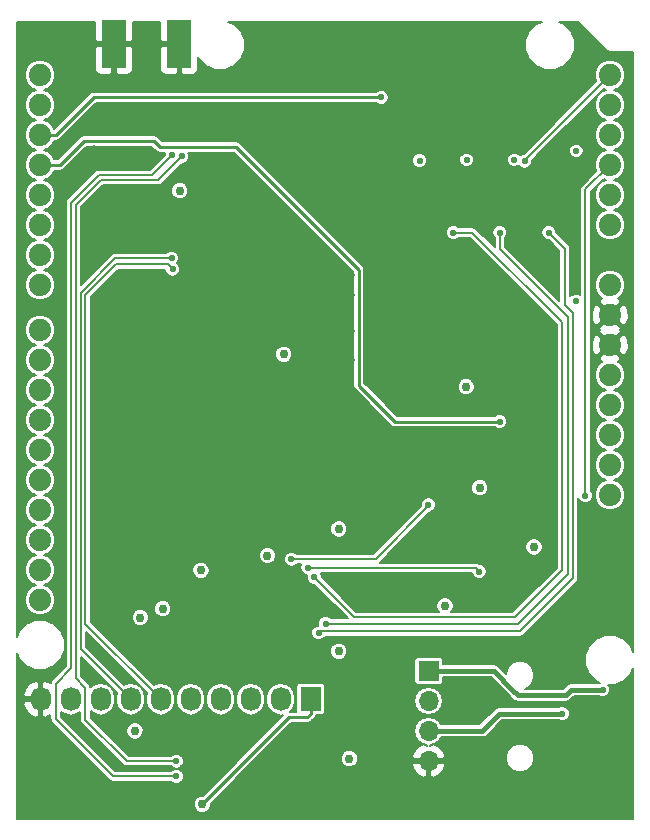
<source format=gbl>
G04 #@! TF.FileFunction,Copper,L4,Bot,Signal*
%FSLAX46Y46*%
G04 Gerber Fmt 4.6, Leading zero omitted, Abs format (unit mm)*
G04 Created by KiCad (PCBNEW 4.0.6) date 10/15/17 15:06:51*
%MOMM*%
%LPD*%
G01*
G04 APERTURE LIST*
%ADD10C,0.150000*%
%ADD11C,0.838200*%
%ADD12R,1.727200X2.032000*%
%ADD13O,1.727200X2.032000*%
%ADD14R,1.700000X1.700000*%
%ADD15O,1.700000X1.700000*%
%ADD16C,1.879600*%
%ADD17R,2.000000X4.064000*%
%ADD18C,0.558800*%
%ADD19C,0.750000*%
%ADD20C,0.175260*%
%ADD21C,0.203200*%
%ADD22C,0.248920*%
%ADD23C,0.398780*%
%ADD24C,0.200000*%
G04 APERTURE END LIST*
D10*
D11*
X27650000Y-6370000D03*
X16150000Y-2720000D03*
X13050000Y-2720000D03*
X22850000Y20430000D03*
X31850000Y22680000D03*
X34700000Y22730000D03*
X50850000Y39280000D03*
X46450000Y45830000D03*
X41300000Y45930000D03*
X37400000Y45980000D03*
X45700000Y51180000D03*
X45700000Y54180000D03*
X38400000Y50380000D03*
X43400000Y50380000D03*
X14300000Y37430000D03*
X12620000Y51330000D03*
X38300000Y-7170000D03*
X43100000Y-7220000D03*
X35600000Y-6320000D03*
X22800000Y41280000D03*
X20700000Y41330000D03*
X21450000Y36780000D03*
X23750000Y35680000D03*
X22000000Y38580000D03*
X19600000Y38830000D03*
X21200000Y34130000D03*
X19900000Y35330000D03*
X17350000Y35030000D03*
X18400000Y36680000D03*
X23700000Y33630000D03*
X23400000Y32280000D03*
X18900000Y32630000D03*
X17700000Y32580000D03*
X22200000Y29930000D03*
X20000000Y29930000D03*
X14150000Y28380000D03*
X14150000Y29830000D03*
X14150000Y31480000D03*
X14200000Y33530000D03*
X16050000Y31480000D03*
X12300000Y31480000D03*
X16050000Y33480000D03*
X12300000Y33480000D03*
X19550000Y20480000D03*
X24800000Y20730000D03*
X27300000Y22230000D03*
X29800000Y24730000D03*
X31050000Y3980000D03*
X36300000Y10730000D03*
X45300000Y13730000D03*
X48800000Y11230000D03*
X48800000Y8230000D03*
X42050000Y37230000D03*
X45300000Y39980000D03*
X42300000Y35480000D03*
X40800000Y29480000D03*
X43300000Y26480000D03*
X40550000Y26480000D03*
X37800000Y26480000D03*
X32300000Y32480000D03*
X32800000Y27980000D03*
X34300000Y34980000D03*
X38550000Y33230000D03*
X38550000Y30230000D03*
X38300000Y37980000D03*
X38300000Y34980000D03*
X32300000Y35980000D03*
X31300000Y39980000D03*
X33300000Y41230000D03*
X33300000Y38230000D03*
X26350000Y48780000D03*
X26350000Y46030000D03*
X26600000Y42530000D03*
X29050000Y40230000D03*
X32050000Y44230000D03*
X32050000Y47230000D03*
X32050000Y49730000D03*
X26850000Y39530000D03*
X28800000Y37730000D03*
X26800000Y30830000D03*
X26850000Y37030000D03*
X26800000Y32330000D03*
X28800000Y32980000D03*
X28800000Y35980000D03*
X28800000Y30480000D03*
X28800000Y27480000D03*
X24300000Y25980000D03*
X26550000Y27980000D03*
X26800000Y25230000D03*
X24550000Y23230000D03*
X22050000Y26230000D03*
X22050000Y24230000D03*
X19800000Y17230000D03*
X21800000Y18230000D03*
X19300000Y15230000D03*
X15800000Y16730000D03*
X16000000Y13730000D03*
X16800000Y9730000D03*
X16300000Y6230000D03*
X17800000Y7230000D03*
X8800000Y-270000D03*
X21800000Y230000D03*
X16300000Y230000D03*
X26800000Y6730000D03*
X29800000Y2230000D03*
X31300000Y730000D03*
X27500000Y4730000D03*
X33300000Y11730000D03*
X36300000Y14230000D03*
X36300000Y17230000D03*
X38750000Y19730000D03*
X36300000Y20230000D03*
X41300000Y23730000D03*
X38800000Y23730000D03*
X29300000Y17730000D03*
X29300000Y20730000D03*
X45800000Y26730000D03*
X44300000Y22230000D03*
X44300000Y25230000D03*
X32800000Y20730000D03*
X32800000Y17730000D03*
X50800000Y10230000D03*
X50800000Y13230000D03*
X40800000Y2730000D03*
X40800000Y5730000D03*
X51800000Y1230000D03*
X51800000Y-1770000D03*
X49300000Y-1770000D03*
X49300000Y1230000D03*
X21800000Y-7770000D03*
X14300000Y-7770000D03*
X12300000Y-5770000D03*
X18800000Y-2270000D03*
X30800000Y-3270000D03*
X30800000Y-6270000D03*
X2800000Y-4270000D03*
X2800000Y-1270000D03*
X4290000Y13980000D03*
X4320000Y11400000D03*
X4300000Y26230000D03*
X4300000Y23230000D03*
X4300000Y16230000D03*
X4300000Y19230000D03*
X4300000Y33730000D03*
X4300000Y30730000D03*
X4300000Y37730000D03*
X4300000Y40730000D03*
X11300000Y6730000D03*
X8800000Y7230000D03*
X8300000Y10230000D03*
X12800000Y12730000D03*
X9300000Y13730000D03*
X10800000Y15230000D03*
X13300000Y15730000D03*
X17300000Y18730000D03*
X17800000Y21230000D03*
X19800000Y22730000D03*
X16800000Y22730000D03*
X16800000Y24730000D03*
X19800000Y24730000D03*
X19800000Y26730000D03*
X16800000Y26730000D03*
X14300000Y26730000D03*
X12800000Y21230000D03*
X14300000Y19730000D03*
X10300000Y31230000D03*
X10300000Y34230000D03*
X10300000Y27730000D03*
X10300000Y24730000D03*
X10300000Y18730000D03*
X10300000Y21730000D03*
X7300000Y21730000D03*
X7300000Y18730000D03*
X7300000Y24730000D03*
X7300000Y27730000D03*
X7300000Y34230000D03*
X7300000Y31230000D03*
X10050000Y50030000D03*
X12150000Y47780000D03*
X13350000Y44480000D03*
X13450000Y40930000D03*
X15600000Y43780000D03*
X17100000Y37780000D03*
X10100000Y42280000D03*
X10100000Y40280000D03*
X10100000Y37780000D03*
X10100000Y36280000D03*
X6600000Y38280000D03*
X7100000Y43780000D03*
X7100000Y40780000D03*
X5600000Y45780000D03*
X10100000Y44280000D03*
X10100000Y47280000D03*
X7100000Y51280000D03*
X7100000Y48280000D03*
X18100000Y45280000D03*
X19600000Y44280000D03*
X16050000Y45830000D03*
X18100000Y47280000D03*
X16100000Y47280000D03*
X22100000Y49780000D03*
X9100000Y53780000D03*
X16600000Y53780000D03*
X24600000Y44780000D03*
X24600000Y41780000D03*
X29100000Y46280000D03*
X29100000Y43280000D03*
X29100000Y51280000D03*
X29100000Y48280000D03*
X24600000Y49780000D03*
X24600000Y46780000D03*
X36600000Y57780000D03*
X36600000Y54780000D03*
X26600000Y54780000D03*
X26600000Y57780000D03*
X21600000Y57780000D03*
X21600000Y54780000D03*
X5600000Y54780000D03*
X5600000Y57780000D03*
D12*
X25480000Y1780000D03*
D13*
X22940000Y1780000D03*
X20400000Y1780000D03*
X17860000Y1780000D03*
X15320000Y1780000D03*
X12780000Y1780000D03*
X10240000Y1780000D03*
X7700000Y1780000D03*
X5160000Y1780000D03*
X2620000Y1780000D03*
D14*
X35470000Y4165000D03*
D15*
X35470000Y1625000D03*
X35470000Y-915000D03*
X35470000Y-3455000D03*
D11*
X46600000Y41530000D03*
D16*
X50830000Y26680000D03*
X50830000Y29220000D03*
X50830000Y41920000D03*
X50830000Y44460000D03*
X50830000Y47000000D03*
X50830000Y49540000D03*
X50830000Y52080000D03*
X50830000Y54620000D03*
X2570000Y15250000D03*
X2570000Y49540000D03*
X2570000Y47000000D03*
X2570000Y44460000D03*
X2570000Y41920000D03*
X2570000Y39380000D03*
X2570000Y36840000D03*
X2570000Y33030000D03*
X2570000Y30490000D03*
X2570000Y27950000D03*
X2570000Y25410000D03*
X2570000Y22870000D03*
X2570000Y20330000D03*
X50830000Y31760000D03*
X50830000Y34300000D03*
X2570000Y17790000D03*
X50830000Y24140000D03*
X2570000Y54620000D03*
X2570000Y52080000D03*
X50830000Y36840000D03*
X2570000Y12710000D03*
X2570000Y10170000D03*
X50830000Y21600000D03*
X50830000Y19060000D03*
D17*
X8838000Y57240000D03*
X14362000Y57240000D03*
D18*
X10500000Y11240000D03*
X10500000Y12120000D03*
X13850000Y49780000D03*
X15600000Y40080000D03*
X22890000Y9480000D03*
X22690000Y14550000D03*
X43155000Y33332500D03*
X43155000Y32607500D03*
X42505000Y33332500D03*
X41310000Y30560000D03*
X42505000Y32607500D03*
X22880000Y10970000D03*
X21370000Y10870000D03*
X21370000Y9420000D03*
D19*
X39800000Y19680000D03*
X27850000Y5830000D03*
X16300000Y-7120000D03*
X27850000Y16180000D03*
X44400000Y14655000D03*
X12950000Y9430000D03*
X21820000Y13930000D03*
X16200000Y12680000D03*
X36850000Y9680000D03*
X10600000Y-920000D03*
X23200000Y30980000D03*
X11050000Y8680000D03*
X28750000Y-3270000D03*
D18*
X50200000Y2580000D03*
X46800000Y530000D03*
X31450000Y52730000D03*
X48750000Y18980000D03*
X41500000Y25280000D03*
D19*
X38650000Y28230000D03*
X14400000Y44830000D03*
D18*
X43600000Y47330000D03*
X42700000Y47430000D03*
X38700000Y47430000D03*
X34700000Y47380000D03*
X23850000Y13630000D03*
X35450000Y18230000D03*
X39750000Y12580000D03*
X25250000Y12880000D03*
X13800000Y38180000D03*
X13700000Y39130000D03*
X37550000Y41280000D03*
X25800000Y12080000D03*
X41500000Y41280000D03*
X26750000Y8180000D03*
X26150000Y7380000D03*
X45650000Y41280000D03*
X47960000Y48190000D03*
X47960000Y35490000D03*
X14100000Y-4770000D03*
X13750000Y47830000D03*
X14100000Y-3470000D03*
X14550000Y47730000D03*
D20*
X10500000Y11240000D02*
X9490000Y10230000D01*
X9490000Y10230000D02*
X8300000Y10230000D01*
X10500000Y12120000D02*
X10800000Y12420000D01*
X10800000Y12420000D02*
X10800000Y15230000D01*
D21*
X22690000Y14550000D02*
X22730000Y14590000D01*
X43155000Y33332500D02*
X42505000Y33332500D01*
X43155000Y32607500D02*
X42505000Y32607500D01*
X42505000Y33332500D02*
X42505000Y32607500D01*
X41310000Y32250000D02*
X41310000Y30560000D01*
X42392500Y33332500D02*
X41310000Y32250000D01*
X42505000Y32607500D02*
X43972500Y32607500D01*
X43972500Y32607500D02*
X44370000Y32210000D01*
X44370000Y32230000D02*
X44370000Y32210000D01*
X21370000Y9520000D02*
X21370000Y9420000D01*
D22*
X16300000Y-7120000D02*
X23650000Y230000D01*
X23650000Y230000D02*
X25200000Y230000D01*
X25200000Y230000D02*
X25480000Y510000D01*
X25480000Y510000D02*
X25480000Y1780000D01*
D23*
X42550000Y2580000D02*
X43020000Y2110000D01*
X40965000Y4165000D02*
X42550000Y2580000D01*
X40965000Y4165000D02*
X35470000Y4165000D01*
X47560000Y2580000D02*
X50200000Y2580000D01*
X47090000Y2110000D02*
X47560000Y2580000D01*
X43020000Y2110000D02*
X47090000Y2110000D01*
X41445000Y530000D02*
X40000000Y-915000D01*
X46800000Y530000D02*
X41445000Y530000D01*
D21*
X40055000Y-915000D02*
X40000000Y-915000D01*
D23*
X40000000Y-915000D02*
X35470000Y-915000D01*
D22*
X2570000Y49540000D02*
X3910000Y49540000D01*
X7100000Y52730000D02*
X31450000Y52730000D01*
X3910000Y49540000D02*
X7100000Y52730000D01*
D21*
X48750000Y44940000D02*
X48750000Y18980000D01*
X50800000Y46990000D02*
X48750000Y44940000D01*
D22*
X2570000Y47000000D02*
X4270000Y47000000D01*
X32600000Y25280000D02*
X41500000Y25280000D01*
X29550000Y28330000D02*
X32600000Y25280000D01*
X29550000Y38130000D02*
X29550000Y28330000D01*
X19150000Y48530000D02*
X29550000Y38130000D01*
X12700000Y48530000D02*
X19150000Y48530000D01*
X12200000Y49030000D02*
X12700000Y48530000D01*
X6300000Y49030000D02*
X12200000Y49030000D01*
X4270000Y47000000D02*
X6300000Y49030000D01*
D21*
X43600000Y47390000D02*
X50830000Y54620000D01*
X43600000Y47330000D02*
X43600000Y47390000D01*
X23850000Y13630000D02*
X30975000Y13630000D01*
X30975000Y13630000D02*
X31005000Y13660000D01*
X31005000Y13660000D02*
X35450000Y18105000D01*
X35450000Y18105000D02*
X35450000Y18230000D01*
X39450000Y12880000D02*
X39750000Y12580000D01*
X25250000Y12880000D02*
X39450000Y12880000D01*
X12780000Y1780000D02*
X6403862Y8156138D01*
X13400000Y38580000D02*
X13800000Y38180000D01*
X8971148Y38580000D02*
X13400000Y38580000D01*
X6403862Y36012714D02*
X8971148Y38580000D01*
X6403862Y8156138D02*
X6403862Y36012714D01*
X6000000Y6020000D02*
X10240000Y1780000D01*
X6000000Y36180000D02*
X6000000Y6020000D01*
X8950000Y39130000D02*
X6000000Y36180000D01*
X13700000Y39130000D02*
X8950000Y39130000D01*
X39150000Y41280000D02*
X37550000Y41280000D01*
X46750000Y33680000D02*
X39150000Y41280000D01*
X46750000Y12730000D02*
X46750000Y33680000D01*
X42750000Y8730000D02*
X46750000Y12730000D01*
X29150000Y8730000D02*
X42750000Y8730000D01*
X25800000Y12080000D02*
X29150000Y8730000D01*
X41500000Y39880000D02*
X41500000Y41280000D01*
X47250000Y34130000D02*
X41500000Y39880000D01*
X47250000Y12380000D02*
X47250000Y34130000D01*
X43050000Y8180000D02*
X47250000Y12380000D01*
X26750000Y8180000D02*
X43050000Y8180000D01*
X47700000Y12030000D02*
X47700000Y34430000D01*
X26150000Y7380000D02*
X26300000Y7530000D01*
X26300000Y7530000D02*
X43200000Y7530000D01*
X43200000Y7530000D02*
X47700000Y12030000D01*
X47000000Y39930000D02*
X45650000Y41280000D01*
X47000000Y35130000D02*
X47000000Y39930000D01*
X47700000Y34430000D02*
X47000000Y35130000D01*
X8750000Y-4770000D02*
X14100000Y-4770000D01*
X3900000Y80000D02*
X8750000Y-4770000D01*
X3900000Y3080000D02*
X3900000Y80000D01*
X5192276Y4372276D02*
X3900000Y3080000D01*
X5192276Y43793424D02*
X5192276Y4372276D01*
X7532714Y46133862D02*
X5192276Y43793424D01*
X12053862Y46133862D02*
X7532714Y46133862D01*
X13750000Y47830000D02*
X12053862Y46133862D01*
X9900000Y-3470000D02*
X14100000Y-3470000D01*
X6400000Y30000D02*
X9900000Y-3470000D01*
X6400000Y2730000D02*
X6400000Y30000D01*
X5596138Y3533862D02*
X6400000Y2730000D01*
X5596138Y43626138D02*
X5596138Y3533862D01*
X7700000Y45730000D02*
X5596138Y43626138D01*
X12550000Y45730000D02*
X7700000Y45730000D01*
X14550000Y47730000D02*
X12550000Y45730000D01*
D24*
G36*
X7230000Y57546000D02*
X7382000Y57394000D01*
X8684000Y57394000D01*
X8684000Y57414000D01*
X8992000Y57414000D01*
X8992000Y57394000D01*
X10294000Y57394000D01*
X10446000Y57546000D01*
X10446000Y59139500D01*
X12754000Y59139500D01*
X12754000Y57546000D01*
X12906000Y57394000D01*
X14208000Y57394000D01*
X14208000Y57414000D01*
X14516000Y57414000D01*
X14516000Y57394000D01*
X14536000Y57394000D01*
X14536000Y57086000D01*
X14516000Y57086000D01*
X14516000Y54752000D01*
X14668000Y54600000D01*
X15482939Y54600000D01*
X15706405Y54692563D01*
X15877438Y54863596D01*
X15970000Y55087062D01*
X15970000Y56126091D01*
X16033669Y55972000D01*
X16623893Y55380745D01*
X17395452Y55060366D01*
X18230883Y55059637D01*
X19003000Y55378669D01*
X19594255Y55968893D01*
X19914634Y56740452D01*
X19915363Y57575883D01*
X19596331Y58348000D01*
X19006107Y58939255D01*
X18523863Y59139500D01*
X45034505Y59139500D01*
X44567000Y58946331D01*
X43975745Y58356107D01*
X43655366Y57584548D01*
X43654637Y56749117D01*
X43973669Y55977000D01*
X44563893Y55385745D01*
X45335452Y55065366D01*
X46170883Y55064637D01*
X46943000Y55383669D01*
X47534255Y55973893D01*
X47854634Y56745452D01*
X47855363Y57580883D01*
X47536331Y58353000D01*
X46946107Y58944255D01*
X46475904Y59139500D01*
X48076118Y59139500D01*
X50467809Y56747808D01*
X50643160Y56630643D01*
X50850000Y56589500D01*
X52809500Y56589500D01*
X52809500Y5803394D01*
X52611331Y6283000D01*
X52021107Y6874255D01*
X51249548Y7194634D01*
X50414117Y7195363D01*
X49642000Y6876331D01*
X49050745Y6286107D01*
X48730366Y5514548D01*
X48729637Y4679117D01*
X49048669Y3907000D01*
X49638893Y3315745D01*
X49984823Y3172103D01*
X49881450Y3129390D01*
X47560000Y3129390D01*
X47349758Y3087570D01*
X47338429Y3080000D01*
X47171522Y2968477D01*
X46862436Y2659390D01*
X43630287Y2659390D01*
X43878857Y2762097D01*
X44216717Y3099367D01*
X44399791Y3540258D01*
X44400207Y4017647D01*
X44217903Y4458857D01*
X43880633Y4796717D01*
X43439742Y4979791D01*
X42962353Y4980207D01*
X42521143Y4797903D01*
X42183283Y4460633D01*
X42000209Y4019742D01*
X42000111Y3906844D01*
X41353477Y4553477D01*
X41175243Y4672570D01*
X41140361Y4679508D01*
X40965000Y4714390D01*
X36676856Y4714390D01*
X36676856Y5015000D01*
X36652451Y5144702D01*
X36575797Y5263825D01*
X36458837Y5343741D01*
X36320000Y5371856D01*
X34620000Y5371856D01*
X34490298Y5347451D01*
X34371175Y5270797D01*
X34291259Y5153837D01*
X34263144Y5015000D01*
X34263144Y3315000D01*
X34287549Y3185298D01*
X34364203Y3066175D01*
X34481163Y2986259D01*
X34620000Y2958144D01*
X36320000Y2958144D01*
X36449702Y2982549D01*
X36568825Y3059203D01*
X36648741Y3176163D01*
X36676856Y3315000D01*
X36676856Y3615610D01*
X40737436Y3615610D01*
X42161522Y2191523D01*
X42161525Y2191521D01*
X42631522Y1721523D01*
X42750615Y1641948D01*
X42809758Y1602430D01*
X43020000Y1560610D01*
X47090000Y1560610D01*
X47292239Y1600838D01*
X47300243Y1602430D01*
X47478477Y1721523D01*
X47787565Y2030610D01*
X49881834Y2030610D01*
X50074255Y1950709D01*
X50324646Y1950491D01*
X50556061Y2046109D01*
X50733268Y2223008D01*
X50829291Y2454255D01*
X50829509Y2704646D01*
X50733891Y2936061D01*
X50674919Y2995135D01*
X51245883Y2994637D01*
X52018000Y3313669D01*
X52609255Y3903893D01*
X52809500Y4386137D01*
X52809500Y-8354500D01*
X590500Y-8354500D01*
X590500Y-7264371D01*
X15570874Y-7264371D01*
X15681623Y-7532406D01*
X15886515Y-7737656D01*
X16154357Y-7848873D01*
X16444371Y-7849126D01*
X16712406Y-7738377D01*
X16917656Y-7533485D01*
X17028873Y-7265643D01*
X17029046Y-7067598D01*
X20682273Y-3414371D01*
X28020874Y-3414371D01*
X28131623Y-3682406D01*
X28336515Y-3887656D01*
X28604357Y-3998873D01*
X28894371Y-3999126D01*
X29162406Y-3888377D01*
X29216968Y-3833910D01*
X34062097Y-3833910D01*
X34206523Y-4182616D01*
X34581146Y-4610741D01*
X35091089Y-4862915D01*
X35316000Y-4752856D01*
X35316000Y-3609000D01*
X35624000Y-3609000D01*
X35624000Y-4752856D01*
X35848911Y-4862915D01*
X36358854Y-4610741D01*
X36733477Y-4182616D01*
X36877903Y-3833910D01*
X36766889Y-3609000D01*
X35624000Y-3609000D01*
X35316000Y-3609000D01*
X34173111Y-3609000D01*
X34062097Y-3833910D01*
X29216968Y-3833910D01*
X29367656Y-3683485D01*
X29461431Y-3457647D01*
X41999793Y-3457647D01*
X42182097Y-3898857D01*
X42519367Y-4236717D01*
X42960258Y-4419791D01*
X43437647Y-4420207D01*
X43878857Y-4237903D01*
X44216717Y-3900633D01*
X44399791Y-3459742D01*
X44400207Y-2982353D01*
X44217903Y-2541143D01*
X43880633Y-2203283D01*
X43439742Y-2020209D01*
X42962353Y-2019793D01*
X42521143Y-2202097D01*
X42183283Y-2539367D01*
X42000209Y-2980258D01*
X41999793Y-3457647D01*
X29461431Y-3457647D01*
X29478873Y-3415643D01*
X29479126Y-3125629D01*
X29458658Y-3076090D01*
X34062097Y-3076090D01*
X34173111Y-3301000D01*
X35316000Y-3301000D01*
X35316000Y-3281000D01*
X35624000Y-3281000D01*
X35624000Y-3301000D01*
X36766889Y-3301000D01*
X36877903Y-3076090D01*
X36733477Y-2727384D01*
X36358854Y-2299259D01*
X35848911Y-2047085D01*
X35624002Y-2157143D01*
X35624002Y-2089043D01*
X35952729Y-2023655D01*
X36342037Y-1763528D01*
X36541914Y-1464390D01*
X40000000Y-1464390D01*
X40175361Y-1429508D01*
X40210243Y-1422570D01*
X40388477Y-1303477D01*
X41672565Y-19390D01*
X46481834Y-19390D01*
X46674255Y-99291D01*
X46924646Y-99509D01*
X47156061Y-3891D01*
X47333268Y173008D01*
X47429291Y404255D01*
X47429509Y654646D01*
X47333891Y886061D01*
X47156992Y1063268D01*
X46925745Y1159291D01*
X46675354Y1159509D01*
X46481450Y1079390D01*
X41445000Y1079390D01*
X41234758Y1037570D01*
X41056523Y918478D01*
X39772436Y-365610D01*
X36541914Y-365610D01*
X36342037Y-66472D01*
X35952729Y193655D01*
X35493509Y285000D01*
X35446491Y285000D01*
X34987271Y193655D01*
X34597963Y-66472D01*
X34337836Y-455780D01*
X34246491Y-915000D01*
X34337836Y-1374220D01*
X34597963Y-1763528D01*
X34987271Y-2023655D01*
X35315998Y-2089043D01*
X35315998Y-2157143D01*
X35091089Y-2047085D01*
X34581146Y-2299259D01*
X34206523Y-2727384D01*
X34062097Y-3076090D01*
X29458658Y-3076090D01*
X29368377Y-2857594D01*
X29163485Y-2652344D01*
X28895643Y-2541127D01*
X28605629Y-2540874D01*
X28337594Y-2651623D01*
X28132344Y-2856515D01*
X28021127Y-3124357D01*
X28020874Y-3414371D01*
X20682273Y-3414371D01*
X23848185Y-248460D01*
X25200000Y-248460D01*
X25383099Y-212039D01*
X25538322Y-108322D01*
X25818322Y171678D01*
X25839130Y202820D01*
X25922039Y326901D01*
X25937189Y403065D01*
X26343600Y403065D01*
X26474784Y427749D01*
X26595269Y505279D01*
X26676098Y623576D01*
X26704535Y764000D01*
X26704535Y1625000D01*
X34246491Y1625000D01*
X34337836Y1165780D01*
X34597963Y776472D01*
X34987271Y516345D01*
X35446491Y425000D01*
X35493509Y425000D01*
X35952729Y516345D01*
X36342037Y776472D01*
X36602164Y1165780D01*
X36693509Y1625000D01*
X36602164Y2084220D01*
X36342037Y2473528D01*
X35952729Y2733655D01*
X35493509Y2825000D01*
X35446491Y2825000D01*
X34987271Y2733655D01*
X34597963Y2473528D01*
X34337836Y2084220D01*
X34246491Y1625000D01*
X26704535Y1625000D01*
X26704535Y2796000D01*
X26679851Y2927184D01*
X26602321Y3047669D01*
X26484024Y3128498D01*
X26343600Y3156935D01*
X24616400Y3156935D01*
X24485216Y3132251D01*
X24364731Y3054721D01*
X24283902Y2936424D01*
X24255465Y2796000D01*
X24255465Y764000D01*
X24265916Y708460D01*
X23746912Y708460D01*
X23798145Y742693D01*
X24061220Y1136413D01*
X24153600Y1600838D01*
X24153600Y1959162D01*
X24061220Y2423587D01*
X23798145Y2817307D01*
X23404425Y3080382D01*
X22940000Y3172762D01*
X22475575Y3080382D01*
X22081855Y2817307D01*
X21818780Y2423587D01*
X21726400Y1959162D01*
X21726400Y1600838D01*
X21818780Y1136413D01*
X22081855Y742693D01*
X22475575Y479618D01*
X22940000Y387238D01*
X23177918Y434563D01*
X16352310Y-6391046D01*
X16155629Y-6390874D01*
X15887594Y-6501623D01*
X15682344Y-6706515D01*
X15571127Y-6974357D01*
X15570874Y-7264371D01*
X590500Y-7264371D01*
X590500Y1395824D01*
X1166851Y1395824D01*
X1366162Y857371D01*
X1756359Y436178D01*
X2238951Y206189D01*
X2466000Y317017D01*
X2466000Y1626000D01*
X1300484Y1626000D01*
X1166851Y1395824D01*
X590500Y1395824D01*
X590500Y2164176D01*
X1166851Y2164176D01*
X1300484Y1934000D01*
X2466000Y1934000D01*
X2466000Y3242983D01*
X2238951Y3353811D01*
X1756359Y3123822D01*
X1366162Y2702629D01*
X1166851Y2164176D01*
X590500Y2164176D01*
X590500Y5651606D01*
X788669Y5172000D01*
X1378893Y4580745D01*
X2150452Y4260366D01*
X2985883Y4259637D01*
X3758000Y4578669D01*
X4349255Y5168893D01*
X4669634Y5940452D01*
X4670363Y6775883D01*
X4351331Y7548000D01*
X3761107Y8139255D01*
X2989548Y8459634D01*
X2154117Y8460363D01*
X1382000Y8141331D01*
X790745Y7551107D01*
X590500Y7068863D01*
X590500Y32774568D01*
X1279976Y32774568D01*
X1475923Y32300341D01*
X1838433Y31937198D01*
X2265638Y31759807D01*
X1840341Y31584077D01*
X1477198Y31221567D01*
X1280424Y30747683D01*
X1279976Y30234568D01*
X1475923Y29760341D01*
X1838433Y29397198D01*
X2265638Y29219807D01*
X1840341Y29044077D01*
X1477198Y28681567D01*
X1280424Y28207683D01*
X1279976Y27694568D01*
X1475923Y27220341D01*
X1838433Y26857198D01*
X2265638Y26679807D01*
X1840341Y26504077D01*
X1477198Y26141567D01*
X1280424Y25667683D01*
X1279976Y25154568D01*
X1475923Y24680341D01*
X1838433Y24317198D01*
X2265638Y24139807D01*
X1840341Y23964077D01*
X1477198Y23601567D01*
X1280424Y23127683D01*
X1279976Y22614568D01*
X1475923Y22140341D01*
X1838433Y21777198D01*
X2265638Y21599807D01*
X1840341Y21424077D01*
X1477198Y21061567D01*
X1280424Y20587683D01*
X1279976Y20074568D01*
X1475923Y19600341D01*
X1838433Y19237198D01*
X2265638Y19059807D01*
X1840341Y18884077D01*
X1477198Y18521567D01*
X1280424Y18047683D01*
X1279976Y17534568D01*
X1475923Y17060341D01*
X1838433Y16697198D01*
X2265638Y16519807D01*
X1840341Y16344077D01*
X1477198Y15981567D01*
X1280424Y15507683D01*
X1279976Y14994568D01*
X1475923Y14520341D01*
X1838433Y14157198D01*
X2265638Y13979807D01*
X1840341Y13804077D01*
X1477198Y13441567D01*
X1280424Y12967683D01*
X1279976Y12454568D01*
X1475923Y11980341D01*
X1838433Y11617198D01*
X2265638Y11439807D01*
X1840341Y11264077D01*
X1477198Y10901567D01*
X1280424Y10427683D01*
X1279976Y9914568D01*
X1475923Y9440341D01*
X1838433Y9077198D01*
X2312317Y8880424D01*
X2825432Y8879976D01*
X3299659Y9075923D01*
X3662802Y9438433D01*
X3859576Y9912317D01*
X3860024Y10425432D01*
X3664077Y10899659D01*
X3301567Y11262802D01*
X2874362Y11440193D01*
X3299659Y11615923D01*
X3662802Y11978433D01*
X3859576Y12452317D01*
X3860024Y12965432D01*
X3664077Y13439659D01*
X3301567Y13802802D01*
X2874362Y13980193D01*
X3299659Y14155923D01*
X3662802Y14518433D01*
X3859576Y14992317D01*
X3860024Y15505432D01*
X3664077Y15979659D01*
X3301567Y16342802D01*
X2874362Y16520193D01*
X3299659Y16695923D01*
X3662802Y17058433D01*
X3859576Y17532317D01*
X3860024Y18045432D01*
X3664077Y18519659D01*
X3301567Y18882802D01*
X2874362Y19060193D01*
X3299659Y19235923D01*
X3662802Y19598433D01*
X3859576Y20072317D01*
X3860024Y20585432D01*
X3664077Y21059659D01*
X3301567Y21422802D01*
X2874362Y21600193D01*
X3299659Y21775923D01*
X3662802Y22138433D01*
X3859576Y22612317D01*
X3860024Y23125432D01*
X3664077Y23599659D01*
X3301567Y23962802D01*
X2874362Y24140193D01*
X3299659Y24315923D01*
X3662802Y24678433D01*
X3859576Y25152317D01*
X3860024Y25665432D01*
X3664077Y26139659D01*
X3301567Y26502802D01*
X2874362Y26680193D01*
X3299659Y26855923D01*
X3662802Y27218433D01*
X3859576Y27692317D01*
X3860024Y28205432D01*
X3664077Y28679659D01*
X3301567Y29042802D01*
X2874362Y29220193D01*
X3299659Y29395923D01*
X3662802Y29758433D01*
X3859576Y30232317D01*
X3860024Y30745432D01*
X3664077Y31219659D01*
X3301567Y31582802D01*
X2874362Y31760193D01*
X3299659Y31935923D01*
X3662802Y32298433D01*
X3859576Y32772317D01*
X3860024Y33285432D01*
X3664077Y33759659D01*
X3301567Y34122802D01*
X2827683Y34319576D01*
X2314568Y34320024D01*
X1840341Y34124077D01*
X1477198Y33761567D01*
X1280424Y33287683D01*
X1279976Y32774568D01*
X590500Y32774568D01*
X590500Y54364568D01*
X1279976Y54364568D01*
X1475923Y53890341D01*
X1838433Y53527198D01*
X2265638Y53349807D01*
X1840341Y53174077D01*
X1477198Y52811567D01*
X1280424Y52337683D01*
X1279976Y51824568D01*
X1475923Y51350341D01*
X1838433Y50987198D01*
X2265638Y50809807D01*
X1840341Y50634077D01*
X1477198Y50271567D01*
X1280424Y49797683D01*
X1279976Y49284568D01*
X1475923Y48810341D01*
X1838433Y48447198D01*
X2265638Y48269807D01*
X1840341Y48094077D01*
X1477198Y47731567D01*
X1280424Y47257683D01*
X1279976Y46744568D01*
X1475923Y46270341D01*
X1838433Y45907198D01*
X2265638Y45729807D01*
X1840341Y45554077D01*
X1477198Y45191567D01*
X1280424Y44717683D01*
X1279976Y44204568D01*
X1475923Y43730341D01*
X1838433Y43367198D01*
X2265638Y43189807D01*
X1840341Y43014077D01*
X1477198Y42651567D01*
X1280424Y42177683D01*
X1279976Y41664568D01*
X1475923Y41190341D01*
X1838433Y40827198D01*
X2265638Y40649807D01*
X1840341Y40474077D01*
X1477198Y40111567D01*
X1280424Y39637683D01*
X1279976Y39124568D01*
X1475923Y38650341D01*
X1838433Y38287198D01*
X2265638Y38109807D01*
X1840341Y37934077D01*
X1477198Y37571567D01*
X1280424Y37097683D01*
X1279976Y36584568D01*
X1475923Y36110341D01*
X1838433Y35747198D01*
X2312317Y35550424D01*
X2825432Y35549976D01*
X3299659Y35745923D01*
X3662802Y36108433D01*
X3859576Y36582317D01*
X3860024Y37095432D01*
X3664077Y37569659D01*
X3301567Y37932802D01*
X2874362Y38110193D01*
X3299659Y38285923D01*
X3662802Y38648433D01*
X3859576Y39122317D01*
X3860024Y39635432D01*
X3664077Y40109659D01*
X3301567Y40472802D01*
X2874362Y40650193D01*
X3299659Y40825923D01*
X3662802Y41188433D01*
X3859576Y41662317D01*
X3860024Y42175432D01*
X3664077Y42649659D01*
X3301567Y43012802D01*
X2874362Y43190193D01*
X3299659Y43365923D01*
X3662802Y43728433D01*
X3859576Y44202317D01*
X3860024Y44715432D01*
X3664077Y45189659D01*
X3301567Y45552802D01*
X2874362Y45730193D01*
X3299659Y45905923D01*
X3662802Y46268433D01*
X3769562Y46525540D01*
X4270000Y46525540D01*
X4451568Y46561656D01*
X4605494Y46664506D01*
X6496528Y48555540D01*
X12003472Y48555540D01*
X12364506Y48194506D01*
X12518432Y48091656D01*
X12700000Y48055540D01*
X13162148Y48055540D01*
X13120709Y47955745D01*
X13120608Y47839266D01*
X11866804Y46585462D01*
X7532714Y46585462D01*
X7359894Y46551086D01*
X7213384Y46453191D01*
X4872947Y44112753D01*
X4775052Y43966244D01*
X4740676Y43793424D01*
X4740676Y4559335D01*
X3580671Y3399329D01*
X3482776Y3252820D01*
X3459413Y3135368D01*
X3001049Y3353811D01*
X2774000Y3242983D01*
X2774000Y1934000D01*
X2794000Y1934000D01*
X2794000Y1626000D01*
X2774000Y1626000D01*
X2774000Y317017D01*
X3001049Y206189D01*
X3448400Y419383D01*
X3448400Y80000D01*
X3465087Y-3891D01*
X3482776Y-92820D01*
X3580671Y-239329D01*
X8430671Y-5089330D01*
X8577180Y-5187224D01*
X8750000Y-5221600D01*
X13661482Y-5221600D01*
X13743008Y-5303268D01*
X13974255Y-5399291D01*
X14224646Y-5399509D01*
X14456061Y-5303891D01*
X14633268Y-5126992D01*
X14729291Y-4895745D01*
X14729509Y-4645354D01*
X14633891Y-4413939D01*
X14456992Y-4236732D01*
X14225745Y-4140709D01*
X13975354Y-4140491D01*
X13743939Y-4236109D01*
X13661505Y-4318400D01*
X8937059Y-4318400D01*
X4351600Y267058D01*
X4351600Y709454D01*
X4695575Y479618D01*
X5160000Y387238D01*
X5624425Y479618D01*
X5948400Y696091D01*
X5948400Y30000D01*
X5974118Y-99291D01*
X5982776Y-142820D01*
X6080671Y-289329D01*
X9580670Y-3789329D01*
X9727180Y-3887224D01*
X9900000Y-3921600D01*
X13661482Y-3921600D01*
X13743008Y-4003268D01*
X13974255Y-4099291D01*
X14224646Y-4099509D01*
X14456061Y-4003891D01*
X14633268Y-3826992D01*
X14729291Y-3595745D01*
X14729509Y-3345354D01*
X14633891Y-3113939D01*
X14456992Y-2936732D01*
X14225745Y-2840709D01*
X13975354Y-2840491D01*
X13743939Y-2936109D01*
X13661505Y-3018400D01*
X10087059Y-3018400D01*
X8133030Y-1064371D01*
X9870874Y-1064371D01*
X9981623Y-1332406D01*
X10186515Y-1537656D01*
X10454357Y-1648873D01*
X10744371Y-1649126D01*
X11012406Y-1538377D01*
X11217656Y-1333485D01*
X11328873Y-1065643D01*
X11329126Y-775629D01*
X11218377Y-507594D01*
X11013485Y-302344D01*
X10745643Y-191127D01*
X10455629Y-190874D01*
X10187594Y-301623D01*
X9982344Y-506515D01*
X9871127Y-774357D01*
X9870874Y-1064371D01*
X8133030Y-1064371D01*
X6851600Y217058D01*
X6851600Y736182D01*
X7235575Y479618D01*
X7700000Y387238D01*
X8164425Y479618D01*
X8558145Y742693D01*
X8821220Y1136413D01*
X8913600Y1600838D01*
X8913600Y1959162D01*
X8821220Y2423587D01*
X8558145Y2817307D01*
X8164425Y3080382D01*
X7700000Y3172762D01*
X7235575Y3080382D01*
X6841855Y2817307D01*
X6835982Y2808517D01*
X6817224Y2902820D01*
X6773352Y2968478D01*
X6719330Y3049329D01*
X6047738Y3720920D01*
X6047738Y5333604D01*
X9092064Y2289277D01*
X9026400Y1959162D01*
X9026400Y1600838D01*
X9118780Y1136413D01*
X9381855Y742693D01*
X9775575Y479618D01*
X10240000Y387238D01*
X10704425Y479618D01*
X11098145Y742693D01*
X11361220Y1136413D01*
X11453600Y1600838D01*
X11453600Y1959162D01*
X11361220Y2423587D01*
X11098145Y2817307D01*
X10704425Y3080382D01*
X10240000Y3172762D01*
X9775575Y3080382D01*
X9657303Y3001355D01*
X6451600Y6207058D01*
X6451600Y7469742D01*
X11632064Y2289277D01*
X11566400Y1959162D01*
X11566400Y1600838D01*
X11658780Y1136413D01*
X11921855Y742693D01*
X12315575Y479618D01*
X12780000Y387238D01*
X13244425Y479618D01*
X13638145Y742693D01*
X13901220Y1136413D01*
X13993600Y1600838D01*
X13993600Y1959162D01*
X14106400Y1959162D01*
X14106400Y1600838D01*
X14198780Y1136413D01*
X14461855Y742693D01*
X14855575Y479618D01*
X15320000Y387238D01*
X15784425Y479618D01*
X16178145Y742693D01*
X16441220Y1136413D01*
X16533600Y1600838D01*
X16533600Y1959162D01*
X16646400Y1959162D01*
X16646400Y1600838D01*
X16738780Y1136413D01*
X17001855Y742693D01*
X17395575Y479618D01*
X17860000Y387238D01*
X18324425Y479618D01*
X18718145Y742693D01*
X18981220Y1136413D01*
X19073600Y1600838D01*
X19073600Y1959162D01*
X19186400Y1959162D01*
X19186400Y1600838D01*
X19278780Y1136413D01*
X19541855Y742693D01*
X19935575Y479618D01*
X20400000Y387238D01*
X20864425Y479618D01*
X21258145Y742693D01*
X21521220Y1136413D01*
X21613600Y1600838D01*
X21613600Y1959162D01*
X21521220Y2423587D01*
X21258145Y2817307D01*
X20864425Y3080382D01*
X20400000Y3172762D01*
X19935575Y3080382D01*
X19541855Y2817307D01*
X19278780Y2423587D01*
X19186400Y1959162D01*
X19073600Y1959162D01*
X18981220Y2423587D01*
X18718145Y2817307D01*
X18324425Y3080382D01*
X17860000Y3172762D01*
X17395575Y3080382D01*
X17001855Y2817307D01*
X16738780Y2423587D01*
X16646400Y1959162D01*
X16533600Y1959162D01*
X16441220Y2423587D01*
X16178145Y2817307D01*
X15784425Y3080382D01*
X15320000Y3172762D01*
X14855575Y3080382D01*
X14461855Y2817307D01*
X14198780Y2423587D01*
X14106400Y1959162D01*
X13993600Y1959162D01*
X13901220Y2423587D01*
X13638145Y2817307D01*
X13244425Y3080382D01*
X12780000Y3172762D01*
X12315575Y3080382D01*
X12197303Y3001356D01*
X9513030Y5685629D01*
X27120874Y5685629D01*
X27231623Y5417594D01*
X27436515Y5212344D01*
X27704357Y5101127D01*
X27994371Y5100874D01*
X28262406Y5211623D01*
X28467656Y5416515D01*
X28578873Y5684357D01*
X28579126Y5974371D01*
X28468377Y6242406D01*
X28263485Y6447656D01*
X27995643Y6558873D01*
X27705629Y6559126D01*
X27437594Y6448377D01*
X27232344Y6243485D01*
X27121127Y5975643D01*
X27120874Y5685629D01*
X9513030Y5685629D01*
X6855462Y8343196D01*
X6855462Y8535629D01*
X10320874Y8535629D01*
X10431623Y8267594D01*
X10636515Y8062344D01*
X10904357Y7951127D01*
X11194371Y7950874D01*
X11462406Y8061623D01*
X11667656Y8266515D01*
X11778873Y8534357D01*
X11779126Y8824371D01*
X11668377Y9092406D01*
X11475492Y9285629D01*
X12220874Y9285629D01*
X12331623Y9017594D01*
X12536515Y8812344D01*
X12804357Y8701127D01*
X13094371Y8700874D01*
X13362406Y8811623D01*
X13567656Y9016515D01*
X13678873Y9284357D01*
X13679126Y9574371D01*
X13568377Y9842406D01*
X13363485Y10047656D01*
X13095643Y10158873D01*
X12805629Y10159126D01*
X12537594Y10048377D01*
X12332344Y9843485D01*
X12221127Y9575643D01*
X12220874Y9285629D01*
X11475492Y9285629D01*
X11463485Y9297656D01*
X11195643Y9408873D01*
X10905629Y9409126D01*
X10637594Y9298377D01*
X10432344Y9093485D01*
X10321127Y8825643D01*
X10320874Y8535629D01*
X6855462Y8535629D01*
X6855462Y12535629D01*
X15470874Y12535629D01*
X15581623Y12267594D01*
X15786515Y12062344D01*
X16054357Y11951127D01*
X16344371Y11950874D01*
X16612406Y12061623D01*
X16817656Y12266515D01*
X16928873Y12534357D01*
X16929126Y12824371D01*
X16818377Y13092406D01*
X16613485Y13297656D01*
X16345643Y13408873D01*
X16055629Y13409126D01*
X15787594Y13298377D01*
X15582344Y13093485D01*
X15471127Y12825643D01*
X15470874Y12535629D01*
X6855462Y12535629D01*
X6855462Y13785629D01*
X21090874Y13785629D01*
X21201623Y13517594D01*
X21406515Y13312344D01*
X21674357Y13201127D01*
X21964371Y13200874D01*
X22232406Y13311623D01*
X22426475Y13505354D01*
X23220491Y13505354D01*
X23316109Y13273939D01*
X23493008Y13096732D01*
X23724255Y13000709D01*
X23974646Y13000491D01*
X24206061Y13096109D01*
X24288495Y13178400D01*
X24692402Y13178400D01*
X24620709Y13005745D01*
X24620491Y12755354D01*
X24716109Y12523939D01*
X24893008Y12346732D01*
X25124255Y12250709D01*
X25189356Y12250652D01*
X25170709Y12205745D01*
X25170491Y11955354D01*
X25266109Y11723939D01*
X25443008Y11546732D01*
X25674255Y11450709D01*
X25790734Y11450608D01*
X28609741Y8631600D01*
X27188518Y8631600D01*
X27106992Y8713268D01*
X26875745Y8809291D01*
X26625354Y8809509D01*
X26393939Y8713891D01*
X26216732Y8536992D01*
X26120709Y8305745D01*
X26120491Y8055354D01*
X26139475Y8009410D01*
X26025354Y8009509D01*
X25793939Y7913891D01*
X25616732Y7736992D01*
X25520709Y7505745D01*
X25520491Y7255354D01*
X25616109Y7023939D01*
X25793008Y6846732D01*
X26024255Y6750709D01*
X26274646Y6750491D01*
X26506061Y6846109D01*
X26683268Y7023008D01*
X26706269Y7078400D01*
X43200000Y7078400D01*
X43372820Y7112776D01*
X43519329Y7210671D01*
X48019329Y11710671D01*
X48117224Y11857180D01*
X48151600Y12030000D01*
X48151600Y18780064D01*
X48216109Y18623939D01*
X48393008Y18446732D01*
X48624255Y18350709D01*
X48874646Y18350491D01*
X49106061Y18446109D01*
X49283268Y18623008D01*
X49379291Y18854255D01*
X49379509Y19104646D01*
X49283891Y19336061D01*
X49201600Y19418495D01*
X49201600Y28964568D01*
X49539976Y28964568D01*
X49735923Y28490341D01*
X50098433Y28127198D01*
X50525638Y27949807D01*
X50100341Y27774077D01*
X49737198Y27411567D01*
X49540424Y26937683D01*
X49539976Y26424568D01*
X49735923Y25950341D01*
X50098433Y25587198D01*
X50525638Y25409807D01*
X50100341Y25234077D01*
X49737198Y24871567D01*
X49540424Y24397683D01*
X49539976Y23884568D01*
X49735923Y23410341D01*
X50098433Y23047198D01*
X50525638Y22869807D01*
X50100341Y22694077D01*
X49737198Y22331567D01*
X49540424Y21857683D01*
X49539976Y21344568D01*
X49735923Y20870341D01*
X50098433Y20507198D01*
X50525638Y20329807D01*
X50100341Y20154077D01*
X49737198Y19791567D01*
X49540424Y19317683D01*
X49539976Y18804568D01*
X49735923Y18330341D01*
X50098433Y17967198D01*
X50572317Y17770424D01*
X51085432Y17769976D01*
X51559659Y17965923D01*
X51922802Y18328433D01*
X52119576Y18802317D01*
X52120024Y19315432D01*
X51924077Y19789659D01*
X51561567Y20152802D01*
X51134362Y20330193D01*
X51559659Y20505923D01*
X51922802Y20868433D01*
X52119576Y21342317D01*
X52120024Y21855432D01*
X51924077Y22329659D01*
X51561567Y22692802D01*
X51134362Y22870193D01*
X51559659Y23045923D01*
X51922802Y23408433D01*
X52119576Y23882317D01*
X52120024Y24395432D01*
X51924077Y24869659D01*
X51561567Y25232802D01*
X51134362Y25410193D01*
X51559659Y25585923D01*
X51922802Y25948433D01*
X52119576Y26422317D01*
X52120024Y26935432D01*
X51924077Y27409659D01*
X51561567Y27772802D01*
X51134362Y27950193D01*
X51559659Y28125923D01*
X51922802Y28488433D01*
X52119576Y28962317D01*
X52120024Y29475432D01*
X51924077Y29949659D01*
X51561567Y30312802D01*
X51491297Y30341981D01*
X51628582Y30398846D01*
X51723630Y30648581D01*
X50830000Y31542211D01*
X49936370Y30648581D01*
X50031418Y30398846D01*
X50180340Y30347132D01*
X50100341Y30314077D01*
X49737198Y29951567D01*
X49540424Y29477683D01*
X49539976Y28964568D01*
X49201600Y28964568D01*
X49201600Y31976901D01*
X49266853Y31976901D01*
X49302837Y31362201D01*
X49468846Y30961418D01*
X49718581Y30866370D01*
X50612211Y31760000D01*
X51047789Y31760000D01*
X51941419Y30866370D01*
X52191154Y30961418D01*
X52393147Y31543099D01*
X52357163Y32157799D01*
X52191154Y32558582D01*
X51941419Y32653630D01*
X51047789Y31760000D01*
X50612211Y31760000D01*
X49718581Y32653630D01*
X49468846Y32558582D01*
X49266853Y31976901D01*
X49201600Y31976901D01*
X49201600Y33188581D01*
X49936370Y33188581D01*
X49996725Y33030000D01*
X49936370Y32871419D01*
X50830000Y31977789D01*
X51723630Y32871419D01*
X51663275Y33030000D01*
X51723630Y33188581D01*
X50830000Y34082211D01*
X49936370Y33188581D01*
X49201600Y33188581D01*
X49201600Y34516901D01*
X49266853Y34516901D01*
X49302837Y33902201D01*
X49468846Y33501418D01*
X49718581Y33406370D01*
X50612211Y34300000D01*
X51047789Y34300000D01*
X51941419Y33406370D01*
X52191154Y33501418D01*
X52393147Y34083099D01*
X52357163Y34697799D01*
X52191154Y35098582D01*
X51941419Y35193630D01*
X51047789Y34300000D01*
X50612211Y34300000D01*
X49718581Y35193630D01*
X49468846Y35098582D01*
X49266853Y34516901D01*
X49201600Y34516901D01*
X49201600Y36583776D01*
X49535976Y36583776D01*
X49732530Y36108079D01*
X50096164Y35743809D01*
X50163482Y35715856D01*
X50031418Y35661154D01*
X49936370Y35411419D01*
X50830000Y34517789D01*
X51723630Y35411419D01*
X51628582Y35661154D01*
X51485351Y35710892D01*
X51561921Y35742530D01*
X51926191Y36106164D01*
X52123575Y36581518D01*
X52124024Y37096224D01*
X51927470Y37571921D01*
X51563836Y37936191D01*
X51088482Y38133575D01*
X50573776Y38134024D01*
X50098079Y37937470D01*
X49733809Y37573836D01*
X49536425Y37098482D01*
X49535976Y36583776D01*
X49201600Y36583776D01*
X49201600Y44752942D01*
X50280327Y45831669D01*
X50525638Y45729807D01*
X50100341Y45554077D01*
X49737198Y45191567D01*
X49540424Y44717683D01*
X49539976Y44204568D01*
X49735923Y43730341D01*
X50098433Y43367198D01*
X50525638Y43189807D01*
X50100341Y43014077D01*
X49737198Y42651567D01*
X49540424Y42177683D01*
X49539976Y41664568D01*
X49735923Y41190341D01*
X50098433Y40827198D01*
X50572317Y40630424D01*
X51085432Y40629976D01*
X51559659Y40825923D01*
X51922802Y41188433D01*
X52119576Y41662317D01*
X52120024Y42175432D01*
X51924077Y42649659D01*
X51561567Y43012802D01*
X51134362Y43190193D01*
X51559659Y43365923D01*
X51922802Y43728433D01*
X52119576Y44202317D01*
X52120024Y44715432D01*
X51924077Y45189659D01*
X51561567Y45552802D01*
X51134362Y45730193D01*
X51559659Y45905923D01*
X51922802Y46268433D01*
X52119576Y46742317D01*
X52120024Y47255432D01*
X51924077Y47729659D01*
X51561567Y48092802D01*
X51134362Y48270193D01*
X51559659Y48445923D01*
X51922802Y48808433D01*
X52119576Y49282317D01*
X52120024Y49795432D01*
X51924077Y50269659D01*
X51561567Y50632802D01*
X51134362Y50810193D01*
X51559659Y50985923D01*
X51922802Y51348433D01*
X52119576Y51822317D01*
X52120024Y52335432D01*
X51924077Y52809659D01*
X51561567Y53172802D01*
X51134362Y53350193D01*
X51559659Y53525923D01*
X51922802Y53888433D01*
X52119576Y54362317D01*
X52120024Y54875432D01*
X51924077Y55349659D01*
X51561567Y55712802D01*
X51087683Y55909576D01*
X50574568Y55910024D01*
X50100341Y55714077D01*
X49737198Y55351567D01*
X49540424Y54877683D01*
X49539976Y54364568D01*
X49655740Y54084398D01*
X43530803Y47959461D01*
X43475354Y47959509D01*
X43243939Y47863891D01*
X43199991Y47820020D01*
X43056992Y47963268D01*
X42825745Y48059291D01*
X42575354Y48059509D01*
X42343939Y47963891D01*
X42166732Y47786992D01*
X42070709Y47555745D01*
X42070491Y47305354D01*
X42166109Y47073939D01*
X42343008Y46896732D01*
X42574255Y46800709D01*
X42824646Y46800491D01*
X43056061Y46896109D01*
X43100009Y46939980D01*
X43243008Y46796732D01*
X43474255Y46700709D01*
X43724646Y46700491D01*
X43956061Y46796109D01*
X44133268Y46973008D01*
X44229291Y47204255D01*
X44229445Y47380787D01*
X44914012Y48065354D01*
X47330491Y48065354D01*
X47426109Y47833939D01*
X47603008Y47656732D01*
X47834255Y47560709D01*
X48084646Y47560491D01*
X48316061Y47656109D01*
X48493268Y47833008D01*
X48589291Y48064255D01*
X48589509Y48314646D01*
X48493891Y48546061D01*
X48316992Y48723268D01*
X48085745Y48819291D01*
X47835354Y48819509D01*
X47603939Y48723891D01*
X47426732Y48546992D01*
X47330709Y48315745D01*
X47330491Y48065354D01*
X44914012Y48065354D01*
X50294459Y53445801D01*
X50525638Y53349807D01*
X50100341Y53174077D01*
X49737198Y52811567D01*
X49540424Y52337683D01*
X49539976Y51824568D01*
X49735923Y51350341D01*
X50098433Y50987198D01*
X50525638Y50809807D01*
X50100341Y50634077D01*
X49737198Y50271567D01*
X49540424Y49797683D01*
X49539976Y49284568D01*
X49735923Y48810341D01*
X50098433Y48447198D01*
X50525638Y48269807D01*
X50100341Y48094077D01*
X49737198Y47731567D01*
X49540424Y47257683D01*
X49539976Y46744568D01*
X49649892Y46478551D01*
X48430671Y45259329D01*
X48332776Y45112820D01*
X48298400Y44940000D01*
X48298400Y36030988D01*
X48085745Y36119291D01*
X47835354Y36119509D01*
X47603939Y36023891D01*
X47451600Y35871817D01*
X47451600Y39930000D01*
X47417224Y40102820D01*
X47411379Y40111567D01*
X47319329Y40249330D01*
X46279409Y41289250D01*
X46279509Y41404646D01*
X46183891Y41636061D01*
X46006992Y41813268D01*
X45775745Y41909291D01*
X45525354Y41909509D01*
X45293939Y41813891D01*
X45116732Y41636992D01*
X45020709Y41405745D01*
X45020491Y41155354D01*
X45116109Y40923939D01*
X45293008Y40746732D01*
X45524255Y40650709D01*
X45640734Y40650608D01*
X46548400Y39742941D01*
X46548400Y35470258D01*
X41951600Y40067058D01*
X41951600Y40841482D01*
X42033268Y40923008D01*
X42129291Y41154255D01*
X42129509Y41404646D01*
X42033891Y41636061D01*
X41856992Y41813268D01*
X41625745Y41909291D01*
X41375354Y41909509D01*
X41143939Y41813891D01*
X40966732Y41636992D01*
X40870709Y41405745D01*
X40870491Y41155354D01*
X40966109Y40923939D01*
X41048400Y40841505D01*
X41048400Y40020258D01*
X39469329Y41599329D01*
X39322820Y41697224D01*
X39150000Y41731600D01*
X37988518Y41731600D01*
X37906992Y41813268D01*
X37675745Y41909291D01*
X37425354Y41909509D01*
X37193939Y41813891D01*
X37016732Y41636992D01*
X36920709Y41405745D01*
X36920491Y41155354D01*
X37016109Y40923939D01*
X37193008Y40746732D01*
X37424255Y40650709D01*
X37674646Y40650491D01*
X37906061Y40746109D01*
X37988495Y40828400D01*
X38962942Y40828400D01*
X46298400Y33492942D01*
X46298400Y12917059D01*
X42562942Y9181600D01*
X37382593Y9181600D01*
X37467656Y9266515D01*
X37578873Y9534357D01*
X37579126Y9824371D01*
X37468377Y10092406D01*
X37263485Y10297656D01*
X36995643Y10408873D01*
X36705629Y10409126D01*
X36437594Y10298377D01*
X36232344Y10093485D01*
X36121127Y9825643D01*
X36120874Y9535629D01*
X36231623Y9267594D01*
X36317467Y9181600D01*
X29337059Y9181600D01*
X26429409Y12089250D01*
X26429509Y12204646D01*
X26337056Y12428400D01*
X39131628Y12428400D01*
X39216109Y12223939D01*
X39393008Y12046732D01*
X39624255Y11950709D01*
X39874646Y11950491D01*
X40106061Y12046109D01*
X40283268Y12223008D01*
X40379291Y12454255D01*
X40379509Y12704646D01*
X40283891Y12936061D01*
X40106992Y13113268D01*
X39875745Y13209291D01*
X39754262Y13209397D01*
X39622820Y13297224D01*
X39617023Y13298377D01*
X39450000Y13331600D01*
X31315259Y13331600D01*
X31324329Y13340670D01*
X31324331Y13340673D01*
X32494287Y14510629D01*
X43670874Y14510629D01*
X43781623Y14242594D01*
X43986515Y14037344D01*
X44254357Y13926127D01*
X44544371Y13925874D01*
X44812406Y14036623D01*
X45017656Y14241515D01*
X45128873Y14509357D01*
X45129126Y14799371D01*
X45018377Y15067406D01*
X44813485Y15272656D01*
X44545643Y15383873D01*
X44255629Y15384126D01*
X43987594Y15273377D01*
X43782344Y15068485D01*
X43671127Y14800643D01*
X43670874Y14510629D01*
X32494287Y14510629D01*
X35590842Y17607183D01*
X35806061Y17696109D01*
X35983268Y17873008D01*
X36079291Y18104255D01*
X36079509Y18354646D01*
X35983891Y18586061D01*
X35806992Y18763268D01*
X35575745Y18859291D01*
X35325354Y18859509D01*
X35093939Y18763891D01*
X34916732Y18586992D01*
X34820709Y18355745D01*
X34820499Y18114158D01*
X30787942Y14081600D01*
X24288518Y14081600D01*
X24206992Y14163268D01*
X23975745Y14259291D01*
X23725354Y14259509D01*
X23493939Y14163891D01*
X23316732Y13986992D01*
X23220709Y13755745D01*
X23220491Y13505354D01*
X22426475Y13505354D01*
X22437656Y13516515D01*
X22548873Y13784357D01*
X22549126Y14074371D01*
X22438377Y14342406D01*
X22233485Y14547656D01*
X21965643Y14658873D01*
X21675629Y14659126D01*
X21407594Y14548377D01*
X21202344Y14343485D01*
X21091127Y14075643D01*
X21090874Y13785629D01*
X6855462Y13785629D01*
X6855462Y16035629D01*
X27120874Y16035629D01*
X27231623Y15767594D01*
X27436515Y15562344D01*
X27704357Y15451127D01*
X27994371Y15450874D01*
X28262406Y15561623D01*
X28467656Y15766515D01*
X28578873Y16034357D01*
X28579126Y16324371D01*
X28468377Y16592406D01*
X28263485Y16797656D01*
X27995643Y16908873D01*
X27705629Y16909126D01*
X27437594Y16798377D01*
X27232344Y16593485D01*
X27121127Y16325643D01*
X27120874Y16035629D01*
X6855462Y16035629D01*
X6855462Y19535629D01*
X39070874Y19535629D01*
X39181623Y19267594D01*
X39386515Y19062344D01*
X39654357Y18951127D01*
X39944371Y18950874D01*
X40212406Y19061623D01*
X40417656Y19266515D01*
X40528873Y19534357D01*
X40529126Y19824371D01*
X40418377Y20092406D01*
X40213485Y20297656D01*
X39945643Y20408873D01*
X39655629Y20409126D01*
X39387594Y20298377D01*
X39182344Y20093485D01*
X39071127Y19825643D01*
X39070874Y19535629D01*
X6855462Y19535629D01*
X6855462Y30835629D01*
X22470874Y30835629D01*
X22581623Y30567594D01*
X22786515Y30362344D01*
X23054357Y30251127D01*
X23344371Y30250874D01*
X23612406Y30361623D01*
X23817656Y30566515D01*
X23928873Y30834357D01*
X23929126Y31124371D01*
X23818377Y31392406D01*
X23613485Y31597656D01*
X23345643Y31708873D01*
X23055629Y31709126D01*
X22787594Y31598377D01*
X22582344Y31393485D01*
X22471127Y31125643D01*
X22470874Y30835629D01*
X6855462Y30835629D01*
X6855462Y35825656D01*
X9158207Y38128400D01*
X13170555Y38128400D01*
X13170491Y38055354D01*
X13266109Y37823939D01*
X13443008Y37646732D01*
X13674255Y37550709D01*
X13924646Y37550491D01*
X14156061Y37646109D01*
X14333268Y37823008D01*
X14429291Y38054255D01*
X14429509Y38304646D01*
X14333891Y38536061D01*
X14165194Y38705052D01*
X14233268Y38773008D01*
X14329291Y39004255D01*
X14329509Y39254646D01*
X14233891Y39486061D01*
X14056992Y39663268D01*
X13825745Y39759291D01*
X13575354Y39759509D01*
X13343939Y39663891D01*
X13261505Y39581600D01*
X8950000Y39581600D01*
X8777180Y39547224D01*
X8630671Y39449329D01*
X6047738Y36866396D01*
X6047738Y43439080D01*
X7294287Y44685629D01*
X13670874Y44685629D01*
X13781623Y44417594D01*
X13986515Y44212344D01*
X14254357Y44101127D01*
X14544371Y44100874D01*
X14812406Y44211623D01*
X15017656Y44416515D01*
X15128873Y44684357D01*
X15129126Y44974371D01*
X15018377Y45242406D01*
X14813485Y45447656D01*
X14545643Y45558873D01*
X14255629Y45559126D01*
X13987594Y45448377D01*
X13782344Y45243485D01*
X13671127Y44975643D01*
X13670874Y44685629D01*
X7294287Y44685629D01*
X7887059Y45278400D01*
X12550000Y45278400D01*
X12722820Y45312776D01*
X12869329Y45410671D01*
X14559250Y47100591D01*
X14674646Y47100491D01*
X14906061Y47196109D01*
X15083268Y47373008D01*
X15179291Y47604255D01*
X15179509Y47854646D01*
X15096502Y48055540D01*
X18953472Y48055540D01*
X29075540Y37933472D01*
X29075540Y28330000D01*
X29111656Y28148432D01*
X29214506Y27994506D01*
X32264506Y24944506D01*
X32418432Y24841656D01*
X32600000Y24805540D01*
X41084302Y24805540D01*
X41143008Y24746732D01*
X41374255Y24650709D01*
X41624646Y24650491D01*
X41856061Y24746109D01*
X42033268Y24923008D01*
X42129291Y25154255D01*
X42129509Y25404646D01*
X42033891Y25636061D01*
X41856992Y25813268D01*
X41625745Y25909291D01*
X41375354Y25909509D01*
X41143939Y25813891D01*
X41084405Y25754460D01*
X32796528Y25754460D01*
X30465359Y28085629D01*
X37920874Y28085629D01*
X38031623Y27817594D01*
X38236515Y27612344D01*
X38504357Y27501127D01*
X38794371Y27500874D01*
X39062406Y27611623D01*
X39267656Y27816515D01*
X39378873Y28084357D01*
X39379126Y28374371D01*
X39268377Y28642406D01*
X39063485Y28847656D01*
X38795643Y28958873D01*
X38505629Y28959126D01*
X38237594Y28848377D01*
X38032344Y28643485D01*
X37921127Y28375643D01*
X37920874Y28085629D01*
X30465359Y28085629D01*
X30024460Y28526528D01*
X30024460Y38130000D01*
X29988344Y38311568D01*
X29885494Y38465494D01*
X21095634Y47255354D01*
X34070491Y47255354D01*
X34166109Y47023939D01*
X34343008Y46846732D01*
X34574255Y46750709D01*
X34824646Y46750491D01*
X35056061Y46846109D01*
X35233268Y47023008D01*
X35329291Y47254255D01*
X35329335Y47305354D01*
X38070491Y47305354D01*
X38166109Y47073939D01*
X38343008Y46896732D01*
X38574255Y46800709D01*
X38824646Y46800491D01*
X39056061Y46896109D01*
X39233268Y47073008D01*
X39329291Y47304255D01*
X39329509Y47554646D01*
X39233891Y47786061D01*
X39056992Y47963268D01*
X38825745Y48059291D01*
X38575354Y48059509D01*
X38343939Y47963891D01*
X38166732Y47786992D01*
X38070709Y47555745D01*
X38070491Y47305354D01*
X35329335Y47305354D01*
X35329509Y47504646D01*
X35233891Y47736061D01*
X35056992Y47913268D01*
X34825745Y48009291D01*
X34575354Y48009509D01*
X34343939Y47913891D01*
X34166732Y47736992D01*
X34070709Y47505745D01*
X34070491Y47255354D01*
X21095634Y47255354D01*
X19485494Y48865494D01*
X19331568Y48968344D01*
X19150000Y49004460D01*
X12896528Y49004460D01*
X12535494Y49365494D01*
X12381568Y49468344D01*
X12200000Y49504460D01*
X6300000Y49504460D01*
X6118432Y49468344D01*
X5964506Y49365494D01*
X4073472Y47474460D01*
X3769523Y47474460D01*
X3664077Y47729659D01*
X3301567Y48092802D01*
X2874362Y48270193D01*
X3299659Y48445923D01*
X3662802Y48808433D01*
X3769562Y49065540D01*
X3910000Y49065540D01*
X4091568Y49101656D01*
X4245494Y49204506D01*
X7296528Y52255540D01*
X31034302Y52255540D01*
X31093008Y52196732D01*
X31324255Y52100709D01*
X31574646Y52100491D01*
X31806061Y52196109D01*
X31983268Y52373008D01*
X32079291Y52604255D01*
X32079509Y52854646D01*
X31983891Y53086061D01*
X31806992Y53263268D01*
X31575745Y53359291D01*
X31325354Y53359509D01*
X31093939Y53263891D01*
X31034405Y53204460D01*
X7100000Y53204460D01*
X6918432Y53168344D01*
X6764506Y53065494D01*
X3753135Y50054123D01*
X3664077Y50269659D01*
X3301567Y50632802D01*
X2874362Y50810193D01*
X3299659Y50985923D01*
X3662802Y51348433D01*
X3859576Y51822317D01*
X3860024Y52335432D01*
X3664077Y52809659D01*
X3301567Y53172802D01*
X2874362Y53350193D01*
X3299659Y53525923D01*
X3662802Y53888433D01*
X3859576Y54362317D01*
X3860024Y54875432D01*
X3664077Y55349659D01*
X3301567Y55712802D01*
X2827683Y55909576D01*
X2314568Y55910024D01*
X1840341Y55714077D01*
X1477198Y55351567D01*
X1280424Y54877683D01*
X1279976Y54364568D01*
X590500Y54364568D01*
X590500Y56934000D01*
X7230000Y56934000D01*
X7230000Y55087062D01*
X7322562Y54863596D01*
X7493595Y54692563D01*
X7717061Y54600000D01*
X8532000Y54600000D01*
X8684000Y54752000D01*
X8684000Y57086000D01*
X8992000Y57086000D01*
X8992000Y54752000D01*
X9144000Y54600000D01*
X9958939Y54600000D01*
X10182405Y54692563D01*
X10353438Y54863596D01*
X10446000Y55087062D01*
X10446000Y56934000D01*
X12754000Y56934000D01*
X12754000Y55087062D01*
X12846562Y54863596D01*
X13017595Y54692563D01*
X13241061Y54600000D01*
X14056000Y54600000D01*
X14208000Y54752000D01*
X14208000Y57086000D01*
X12906000Y57086000D01*
X12754000Y56934000D01*
X10446000Y56934000D01*
X10294000Y57086000D01*
X8992000Y57086000D01*
X8684000Y57086000D01*
X7382000Y57086000D01*
X7230000Y56934000D01*
X590500Y56934000D01*
X590500Y59139500D01*
X7230000Y59139500D01*
X7230000Y57546000D01*
X7230000Y57546000D01*
G37*
X7230000Y57546000D02*
X7382000Y57394000D01*
X8684000Y57394000D01*
X8684000Y57414000D01*
X8992000Y57414000D01*
X8992000Y57394000D01*
X10294000Y57394000D01*
X10446000Y57546000D01*
X10446000Y59139500D01*
X12754000Y59139500D01*
X12754000Y57546000D01*
X12906000Y57394000D01*
X14208000Y57394000D01*
X14208000Y57414000D01*
X14516000Y57414000D01*
X14516000Y57394000D01*
X14536000Y57394000D01*
X14536000Y57086000D01*
X14516000Y57086000D01*
X14516000Y54752000D01*
X14668000Y54600000D01*
X15482939Y54600000D01*
X15706405Y54692563D01*
X15877438Y54863596D01*
X15970000Y55087062D01*
X15970000Y56126091D01*
X16033669Y55972000D01*
X16623893Y55380745D01*
X17395452Y55060366D01*
X18230883Y55059637D01*
X19003000Y55378669D01*
X19594255Y55968893D01*
X19914634Y56740452D01*
X19915363Y57575883D01*
X19596331Y58348000D01*
X19006107Y58939255D01*
X18523863Y59139500D01*
X45034505Y59139500D01*
X44567000Y58946331D01*
X43975745Y58356107D01*
X43655366Y57584548D01*
X43654637Y56749117D01*
X43973669Y55977000D01*
X44563893Y55385745D01*
X45335452Y55065366D01*
X46170883Y55064637D01*
X46943000Y55383669D01*
X47534255Y55973893D01*
X47854634Y56745452D01*
X47855363Y57580883D01*
X47536331Y58353000D01*
X46946107Y58944255D01*
X46475904Y59139500D01*
X48076118Y59139500D01*
X50467809Y56747808D01*
X50643160Y56630643D01*
X50850000Y56589500D01*
X52809500Y56589500D01*
X52809500Y5803394D01*
X52611331Y6283000D01*
X52021107Y6874255D01*
X51249548Y7194634D01*
X50414117Y7195363D01*
X49642000Y6876331D01*
X49050745Y6286107D01*
X48730366Y5514548D01*
X48729637Y4679117D01*
X49048669Y3907000D01*
X49638893Y3315745D01*
X49984823Y3172103D01*
X49881450Y3129390D01*
X47560000Y3129390D01*
X47349758Y3087570D01*
X47338429Y3080000D01*
X47171522Y2968477D01*
X46862436Y2659390D01*
X43630287Y2659390D01*
X43878857Y2762097D01*
X44216717Y3099367D01*
X44399791Y3540258D01*
X44400207Y4017647D01*
X44217903Y4458857D01*
X43880633Y4796717D01*
X43439742Y4979791D01*
X42962353Y4980207D01*
X42521143Y4797903D01*
X42183283Y4460633D01*
X42000209Y4019742D01*
X42000111Y3906844D01*
X41353477Y4553477D01*
X41175243Y4672570D01*
X41140361Y4679508D01*
X40965000Y4714390D01*
X36676856Y4714390D01*
X36676856Y5015000D01*
X36652451Y5144702D01*
X36575797Y5263825D01*
X36458837Y5343741D01*
X36320000Y5371856D01*
X34620000Y5371856D01*
X34490298Y5347451D01*
X34371175Y5270797D01*
X34291259Y5153837D01*
X34263144Y5015000D01*
X34263144Y3315000D01*
X34287549Y3185298D01*
X34364203Y3066175D01*
X34481163Y2986259D01*
X34620000Y2958144D01*
X36320000Y2958144D01*
X36449702Y2982549D01*
X36568825Y3059203D01*
X36648741Y3176163D01*
X36676856Y3315000D01*
X36676856Y3615610D01*
X40737436Y3615610D01*
X42161522Y2191523D01*
X42161525Y2191521D01*
X42631522Y1721523D01*
X42750615Y1641948D01*
X42809758Y1602430D01*
X43020000Y1560610D01*
X47090000Y1560610D01*
X47292239Y1600838D01*
X47300243Y1602430D01*
X47478477Y1721523D01*
X47787565Y2030610D01*
X49881834Y2030610D01*
X50074255Y1950709D01*
X50324646Y1950491D01*
X50556061Y2046109D01*
X50733268Y2223008D01*
X50829291Y2454255D01*
X50829509Y2704646D01*
X50733891Y2936061D01*
X50674919Y2995135D01*
X51245883Y2994637D01*
X52018000Y3313669D01*
X52609255Y3903893D01*
X52809500Y4386137D01*
X52809500Y-8354500D01*
X590500Y-8354500D01*
X590500Y-7264371D01*
X15570874Y-7264371D01*
X15681623Y-7532406D01*
X15886515Y-7737656D01*
X16154357Y-7848873D01*
X16444371Y-7849126D01*
X16712406Y-7738377D01*
X16917656Y-7533485D01*
X17028873Y-7265643D01*
X17029046Y-7067598D01*
X20682273Y-3414371D01*
X28020874Y-3414371D01*
X28131623Y-3682406D01*
X28336515Y-3887656D01*
X28604357Y-3998873D01*
X28894371Y-3999126D01*
X29162406Y-3888377D01*
X29216968Y-3833910D01*
X34062097Y-3833910D01*
X34206523Y-4182616D01*
X34581146Y-4610741D01*
X35091089Y-4862915D01*
X35316000Y-4752856D01*
X35316000Y-3609000D01*
X35624000Y-3609000D01*
X35624000Y-4752856D01*
X35848911Y-4862915D01*
X36358854Y-4610741D01*
X36733477Y-4182616D01*
X36877903Y-3833910D01*
X36766889Y-3609000D01*
X35624000Y-3609000D01*
X35316000Y-3609000D01*
X34173111Y-3609000D01*
X34062097Y-3833910D01*
X29216968Y-3833910D01*
X29367656Y-3683485D01*
X29461431Y-3457647D01*
X41999793Y-3457647D01*
X42182097Y-3898857D01*
X42519367Y-4236717D01*
X42960258Y-4419791D01*
X43437647Y-4420207D01*
X43878857Y-4237903D01*
X44216717Y-3900633D01*
X44399791Y-3459742D01*
X44400207Y-2982353D01*
X44217903Y-2541143D01*
X43880633Y-2203283D01*
X43439742Y-2020209D01*
X42962353Y-2019793D01*
X42521143Y-2202097D01*
X42183283Y-2539367D01*
X42000209Y-2980258D01*
X41999793Y-3457647D01*
X29461431Y-3457647D01*
X29478873Y-3415643D01*
X29479126Y-3125629D01*
X29458658Y-3076090D01*
X34062097Y-3076090D01*
X34173111Y-3301000D01*
X35316000Y-3301000D01*
X35316000Y-3281000D01*
X35624000Y-3281000D01*
X35624000Y-3301000D01*
X36766889Y-3301000D01*
X36877903Y-3076090D01*
X36733477Y-2727384D01*
X36358854Y-2299259D01*
X35848911Y-2047085D01*
X35624002Y-2157143D01*
X35624002Y-2089043D01*
X35952729Y-2023655D01*
X36342037Y-1763528D01*
X36541914Y-1464390D01*
X40000000Y-1464390D01*
X40175361Y-1429508D01*
X40210243Y-1422570D01*
X40388477Y-1303477D01*
X41672565Y-19390D01*
X46481834Y-19390D01*
X46674255Y-99291D01*
X46924646Y-99509D01*
X47156061Y-3891D01*
X47333268Y173008D01*
X47429291Y404255D01*
X47429509Y654646D01*
X47333891Y886061D01*
X47156992Y1063268D01*
X46925745Y1159291D01*
X46675354Y1159509D01*
X46481450Y1079390D01*
X41445000Y1079390D01*
X41234758Y1037570D01*
X41056523Y918478D01*
X39772436Y-365610D01*
X36541914Y-365610D01*
X36342037Y-66472D01*
X35952729Y193655D01*
X35493509Y285000D01*
X35446491Y285000D01*
X34987271Y193655D01*
X34597963Y-66472D01*
X34337836Y-455780D01*
X34246491Y-915000D01*
X34337836Y-1374220D01*
X34597963Y-1763528D01*
X34987271Y-2023655D01*
X35315998Y-2089043D01*
X35315998Y-2157143D01*
X35091089Y-2047085D01*
X34581146Y-2299259D01*
X34206523Y-2727384D01*
X34062097Y-3076090D01*
X29458658Y-3076090D01*
X29368377Y-2857594D01*
X29163485Y-2652344D01*
X28895643Y-2541127D01*
X28605629Y-2540874D01*
X28337594Y-2651623D01*
X28132344Y-2856515D01*
X28021127Y-3124357D01*
X28020874Y-3414371D01*
X20682273Y-3414371D01*
X23848185Y-248460D01*
X25200000Y-248460D01*
X25383099Y-212039D01*
X25538322Y-108322D01*
X25818322Y171678D01*
X25839130Y202820D01*
X25922039Y326901D01*
X25937189Y403065D01*
X26343600Y403065D01*
X26474784Y427749D01*
X26595269Y505279D01*
X26676098Y623576D01*
X26704535Y764000D01*
X26704535Y1625000D01*
X34246491Y1625000D01*
X34337836Y1165780D01*
X34597963Y776472D01*
X34987271Y516345D01*
X35446491Y425000D01*
X35493509Y425000D01*
X35952729Y516345D01*
X36342037Y776472D01*
X36602164Y1165780D01*
X36693509Y1625000D01*
X36602164Y2084220D01*
X36342037Y2473528D01*
X35952729Y2733655D01*
X35493509Y2825000D01*
X35446491Y2825000D01*
X34987271Y2733655D01*
X34597963Y2473528D01*
X34337836Y2084220D01*
X34246491Y1625000D01*
X26704535Y1625000D01*
X26704535Y2796000D01*
X26679851Y2927184D01*
X26602321Y3047669D01*
X26484024Y3128498D01*
X26343600Y3156935D01*
X24616400Y3156935D01*
X24485216Y3132251D01*
X24364731Y3054721D01*
X24283902Y2936424D01*
X24255465Y2796000D01*
X24255465Y764000D01*
X24265916Y708460D01*
X23746912Y708460D01*
X23798145Y742693D01*
X24061220Y1136413D01*
X24153600Y1600838D01*
X24153600Y1959162D01*
X24061220Y2423587D01*
X23798145Y2817307D01*
X23404425Y3080382D01*
X22940000Y3172762D01*
X22475575Y3080382D01*
X22081855Y2817307D01*
X21818780Y2423587D01*
X21726400Y1959162D01*
X21726400Y1600838D01*
X21818780Y1136413D01*
X22081855Y742693D01*
X22475575Y479618D01*
X22940000Y387238D01*
X23177918Y434563D01*
X16352310Y-6391046D01*
X16155629Y-6390874D01*
X15887594Y-6501623D01*
X15682344Y-6706515D01*
X15571127Y-6974357D01*
X15570874Y-7264371D01*
X590500Y-7264371D01*
X590500Y1395824D01*
X1166851Y1395824D01*
X1366162Y857371D01*
X1756359Y436178D01*
X2238951Y206189D01*
X2466000Y317017D01*
X2466000Y1626000D01*
X1300484Y1626000D01*
X1166851Y1395824D01*
X590500Y1395824D01*
X590500Y2164176D01*
X1166851Y2164176D01*
X1300484Y1934000D01*
X2466000Y1934000D01*
X2466000Y3242983D01*
X2238951Y3353811D01*
X1756359Y3123822D01*
X1366162Y2702629D01*
X1166851Y2164176D01*
X590500Y2164176D01*
X590500Y5651606D01*
X788669Y5172000D01*
X1378893Y4580745D01*
X2150452Y4260366D01*
X2985883Y4259637D01*
X3758000Y4578669D01*
X4349255Y5168893D01*
X4669634Y5940452D01*
X4670363Y6775883D01*
X4351331Y7548000D01*
X3761107Y8139255D01*
X2989548Y8459634D01*
X2154117Y8460363D01*
X1382000Y8141331D01*
X790745Y7551107D01*
X590500Y7068863D01*
X590500Y32774568D01*
X1279976Y32774568D01*
X1475923Y32300341D01*
X1838433Y31937198D01*
X2265638Y31759807D01*
X1840341Y31584077D01*
X1477198Y31221567D01*
X1280424Y30747683D01*
X1279976Y30234568D01*
X1475923Y29760341D01*
X1838433Y29397198D01*
X2265638Y29219807D01*
X1840341Y29044077D01*
X1477198Y28681567D01*
X1280424Y28207683D01*
X1279976Y27694568D01*
X1475923Y27220341D01*
X1838433Y26857198D01*
X2265638Y26679807D01*
X1840341Y26504077D01*
X1477198Y26141567D01*
X1280424Y25667683D01*
X1279976Y25154568D01*
X1475923Y24680341D01*
X1838433Y24317198D01*
X2265638Y24139807D01*
X1840341Y23964077D01*
X1477198Y23601567D01*
X1280424Y23127683D01*
X1279976Y22614568D01*
X1475923Y22140341D01*
X1838433Y21777198D01*
X2265638Y21599807D01*
X1840341Y21424077D01*
X1477198Y21061567D01*
X1280424Y20587683D01*
X1279976Y20074568D01*
X1475923Y19600341D01*
X1838433Y19237198D01*
X2265638Y19059807D01*
X1840341Y18884077D01*
X1477198Y18521567D01*
X1280424Y18047683D01*
X1279976Y17534568D01*
X1475923Y17060341D01*
X1838433Y16697198D01*
X2265638Y16519807D01*
X1840341Y16344077D01*
X1477198Y15981567D01*
X1280424Y15507683D01*
X1279976Y14994568D01*
X1475923Y14520341D01*
X1838433Y14157198D01*
X2265638Y13979807D01*
X1840341Y13804077D01*
X1477198Y13441567D01*
X1280424Y12967683D01*
X1279976Y12454568D01*
X1475923Y11980341D01*
X1838433Y11617198D01*
X2265638Y11439807D01*
X1840341Y11264077D01*
X1477198Y10901567D01*
X1280424Y10427683D01*
X1279976Y9914568D01*
X1475923Y9440341D01*
X1838433Y9077198D01*
X2312317Y8880424D01*
X2825432Y8879976D01*
X3299659Y9075923D01*
X3662802Y9438433D01*
X3859576Y9912317D01*
X3860024Y10425432D01*
X3664077Y10899659D01*
X3301567Y11262802D01*
X2874362Y11440193D01*
X3299659Y11615923D01*
X3662802Y11978433D01*
X3859576Y12452317D01*
X3860024Y12965432D01*
X3664077Y13439659D01*
X3301567Y13802802D01*
X2874362Y13980193D01*
X3299659Y14155923D01*
X3662802Y14518433D01*
X3859576Y14992317D01*
X3860024Y15505432D01*
X3664077Y15979659D01*
X3301567Y16342802D01*
X2874362Y16520193D01*
X3299659Y16695923D01*
X3662802Y17058433D01*
X3859576Y17532317D01*
X3860024Y18045432D01*
X3664077Y18519659D01*
X3301567Y18882802D01*
X2874362Y19060193D01*
X3299659Y19235923D01*
X3662802Y19598433D01*
X3859576Y20072317D01*
X3860024Y20585432D01*
X3664077Y21059659D01*
X3301567Y21422802D01*
X2874362Y21600193D01*
X3299659Y21775923D01*
X3662802Y22138433D01*
X3859576Y22612317D01*
X3860024Y23125432D01*
X3664077Y23599659D01*
X3301567Y23962802D01*
X2874362Y24140193D01*
X3299659Y24315923D01*
X3662802Y24678433D01*
X3859576Y25152317D01*
X3860024Y25665432D01*
X3664077Y26139659D01*
X3301567Y26502802D01*
X2874362Y26680193D01*
X3299659Y26855923D01*
X3662802Y27218433D01*
X3859576Y27692317D01*
X3860024Y28205432D01*
X3664077Y28679659D01*
X3301567Y29042802D01*
X2874362Y29220193D01*
X3299659Y29395923D01*
X3662802Y29758433D01*
X3859576Y30232317D01*
X3860024Y30745432D01*
X3664077Y31219659D01*
X3301567Y31582802D01*
X2874362Y31760193D01*
X3299659Y31935923D01*
X3662802Y32298433D01*
X3859576Y32772317D01*
X3860024Y33285432D01*
X3664077Y33759659D01*
X3301567Y34122802D01*
X2827683Y34319576D01*
X2314568Y34320024D01*
X1840341Y34124077D01*
X1477198Y33761567D01*
X1280424Y33287683D01*
X1279976Y32774568D01*
X590500Y32774568D01*
X590500Y54364568D01*
X1279976Y54364568D01*
X1475923Y53890341D01*
X1838433Y53527198D01*
X2265638Y53349807D01*
X1840341Y53174077D01*
X1477198Y52811567D01*
X1280424Y52337683D01*
X1279976Y51824568D01*
X1475923Y51350341D01*
X1838433Y50987198D01*
X2265638Y50809807D01*
X1840341Y50634077D01*
X1477198Y50271567D01*
X1280424Y49797683D01*
X1279976Y49284568D01*
X1475923Y48810341D01*
X1838433Y48447198D01*
X2265638Y48269807D01*
X1840341Y48094077D01*
X1477198Y47731567D01*
X1280424Y47257683D01*
X1279976Y46744568D01*
X1475923Y46270341D01*
X1838433Y45907198D01*
X2265638Y45729807D01*
X1840341Y45554077D01*
X1477198Y45191567D01*
X1280424Y44717683D01*
X1279976Y44204568D01*
X1475923Y43730341D01*
X1838433Y43367198D01*
X2265638Y43189807D01*
X1840341Y43014077D01*
X1477198Y42651567D01*
X1280424Y42177683D01*
X1279976Y41664568D01*
X1475923Y41190341D01*
X1838433Y40827198D01*
X2265638Y40649807D01*
X1840341Y40474077D01*
X1477198Y40111567D01*
X1280424Y39637683D01*
X1279976Y39124568D01*
X1475923Y38650341D01*
X1838433Y38287198D01*
X2265638Y38109807D01*
X1840341Y37934077D01*
X1477198Y37571567D01*
X1280424Y37097683D01*
X1279976Y36584568D01*
X1475923Y36110341D01*
X1838433Y35747198D01*
X2312317Y35550424D01*
X2825432Y35549976D01*
X3299659Y35745923D01*
X3662802Y36108433D01*
X3859576Y36582317D01*
X3860024Y37095432D01*
X3664077Y37569659D01*
X3301567Y37932802D01*
X2874362Y38110193D01*
X3299659Y38285923D01*
X3662802Y38648433D01*
X3859576Y39122317D01*
X3860024Y39635432D01*
X3664077Y40109659D01*
X3301567Y40472802D01*
X2874362Y40650193D01*
X3299659Y40825923D01*
X3662802Y41188433D01*
X3859576Y41662317D01*
X3860024Y42175432D01*
X3664077Y42649659D01*
X3301567Y43012802D01*
X2874362Y43190193D01*
X3299659Y43365923D01*
X3662802Y43728433D01*
X3859576Y44202317D01*
X3860024Y44715432D01*
X3664077Y45189659D01*
X3301567Y45552802D01*
X2874362Y45730193D01*
X3299659Y45905923D01*
X3662802Y46268433D01*
X3769562Y46525540D01*
X4270000Y46525540D01*
X4451568Y46561656D01*
X4605494Y46664506D01*
X6496528Y48555540D01*
X12003472Y48555540D01*
X12364506Y48194506D01*
X12518432Y48091656D01*
X12700000Y48055540D01*
X13162148Y48055540D01*
X13120709Y47955745D01*
X13120608Y47839266D01*
X11866804Y46585462D01*
X7532714Y46585462D01*
X7359894Y46551086D01*
X7213384Y46453191D01*
X4872947Y44112753D01*
X4775052Y43966244D01*
X4740676Y43793424D01*
X4740676Y4559335D01*
X3580671Y3399329D01*
X3482776Y3252820D01*
X3459413Y3135368D01*
X3001049Y3353811D01*
X2774000Y3242983D01*
X2774000Y1934000D01*
X2794000Y1934000D01*
X2794000Y1626000D01*
X2774000Y1626000D01*
X2774000Y317017D01*
X3001049Y206189D01*
X3448400Y419383D01*
X3448400Y80000D01*
X3465087Y-3891D01*
X3482776Y-92820D01*
X3580671Y-239329D01*
X8430671Y-5089330D01*
X8577180Y-5187224D01*
X8750000Y-5221600D01*
X13661482Y-5221600D01*
X13743008Y-5303268D01*
X13974255Y-5399291D01*
X14224646Y-5399509D01*
X14456061Y-5303891D01*
X14633268Y-5126992D01*
X14729291Y-4895745D01*
X14729509Y-4645354D01*
X14633891Y-4413939D01*
X14456992Y-4236732D01*
X14225745Y-4140709D01*
X13975354Y-4140491D01*
X13743939Y-4236109D01*
X13661505Y-4318400D01*
X8937059Y-4318400D01*
X4351600Y267058D01*
X4351600Y709454D01*
X4695575Y479618D01*
X5160000Y387238D01*
X5624425Y479618D01*
X5948400Y696091D01*
X5948400Y30000D01*
X5974118Y-99291D01*
X5982776Y-142820D01*
X6080671Y-289329D01*
X9580670Y-3789329D01*
X9727180Y-3887224D01*
X9900000Y-3921600D01*
X13661482Y-3921600D01*
X13743008Y-4003268D01*
X13974255Y-4099291D01*
X14224646Y-4099509D01*
X14456061Y-4003891D01*
X14633268Y-3826992D01*
X14729291Y-3595745D01*
X14729509Y-3345354D01*
X14633891Y-3113939D01*
X14456992Y-2936732D01*
X14225745Y-2840709D01*
X13975354Y-2840491D01*
X13743939Y-2936109D01*
X13661505Y-3018400D01*
X10087059Y-3018400D01*
X8133030Y-1064371D01*
X9870874Y-1064371D01*
X9981623Y-1332406D01*
X10186515Y-1537656D01*
X10454357Y-1648873D01*
X10744371Y-1649126D01*
X11012406Y-1538377D01*
X11217656Y-1333485D01*
X11328873Y-1065643D01*
X11329126Y-775629D01*
X11218377Y-507594D01*
X11013485Y-302344D01*
X10745643Y-191127D01*
X10455629Y-190874D01*
X10187594Y-301623D01*
X9982344Y-506515D01*
X9871127Y-774357D01*
X9870874Y-1064371D01*
X8133030Y-1064371D01*
X6851600Y217058D01*
X6851600Y736182D01*
X7235575Y479618D01*
X7700000Y387238D01*
X8164425Y479618D01*
X8558145Y742693D01*
X8821220Y1136413D01*
X8913600Y1600838D01*
X8913600Y1959162D01*
X8821220Y2423587D01*
X8558145Y2817307D01*
X8164425Y3080382D01*
X7700000Y3172762D01*
X7235575Y3080382D01*
X6841855Y2817307D01*
X6835982Y2808517D01*
X6817224Y2902820D01*
X6773352Y2968478D01*
X6719330Y3049329D01*
X6047738Y3720920D01*
X6047738Y5333604D01*
X9092064Y2289277D01*
X9026400Y1959162D01*
X9026400Y1600838D01*
X9118780Y1136413D01*
X9381855Y742693D01*
X9775575Y479618D01*
X10240000Y387238D01*
X10704425Y479618D01*
X11098145Y742693D01*
X11361220Y1136413D01*
X11453600Y1600838D01*
X11453600Y1959162D01*
X11361220Y2423587D01*
X11098145Y2817307D01*
X10704425Y3080382D01*
X10240000Y3172762D01*
X9775575Y3080382D01*
X9657303Y3001355D01*
X6451600Y6207058D01*
X6451600Y7469742D01*
X11632064Y2289277D01*
X11566400Y1959162D01*
X11566400Y1600838D01*
X11658780Y1136413D01*
X11921855Y742693D01*
X12315575Y479618D01*
X12780000Y387238D01*
X13244425Y479618D01*
X13638145Y742693D01*
X13901220Y1136413D01*
X13993600Y1600838D01*
X13993600Y1959162D01*
X14106400Y1959162D01*
X14106400Y1600838D01*
X14198780Y1136413D01*
X14461855Y742693D01*
X14855575Y479618D01*
X15320000Y387238D01*
X15784425Y479618D01*
X16178145Y742693D01*
X16441220Y1136413D01*
X16533600Y1600838D01*
X16533600Y1959162D01*
X16646400Y1959162D01*
X16646400Y1600838D01*
X16738780Y1136413D01*
X17001855Y742693D01*
X17395575Y479618D01*
X17860000Y387238D01*
X18324425Y479618D01*
X18718145Y742693D01*
X18981220Y1136413D01*
X19073600Y1600838D01*
X19073600Y1959162D01*
X19186400Y1959162D01*
X19186400Y1600838D01*
X19278780Y1136413D01*
X19541855Y742693D01*
X19935575Y479618D01*
X20400000Y387238D01*
X20864425Y479618D01*
X21258145Y742693D01*
X21521220Y1136413D01*
X21613600Y1600838D01*
X21613600Y1959162D01*
X21521220Y2423587D01*
X21258145Y2817307D01*
X20864425Y3080382D01*
X20400000Y3172762D01*
X19935575Y3080382D01*
X19541855Y2817307D01*
X19278780Y2423587D01*
X19186400Y1959162D01*
X19073600Y1959162D01*
X18981220Y2423587D01*
X18718145Y2817307D01*
X18324425Y3080382D01*
X17860000Y3172762D01*
X17395575Y3080382D01*
X17001855Y2817307D01*
X16738780Y2423587D01*
X16646400Y1959162D01*
X16533600Y1959162D01*
X16441220Y2423587D01*
X16178145Y2817307D01*
X15784425Y3080382D01*
X15320000Y3172762D01*
X14855575Y3080382D01*
X14461855Y2817307D01*
X14198780Y2423587D01*
X14106400Y1959162D01*
X13993600Y1959162D01*
X13901220Y2423587D01*
X13638145Y2817307D01*
X13244425Y3080382D01*
X12780000Y3172762D01*
X12315575Y3080382D01*
X12197303Y3001356D01*
X9513030Y5685629D01*
X27120874Y5685629D01*
X27231623Y5417594D01*
X27436515Y5212344D01*
X27704357Y5101127D01*
X27994371Y5100874D01*
X28262406Y5211623D01*
X28467656Y5416515D01*
X28578873Y5684357D01*
X28579126Y5974371D01*
X28468377Y6242406D01*
X28263485Y6447656D01*
X27995643Y6558873D01*
X27705629Y6559126D01*
X27437594Y6448377D01*
X27232344Y6243485D01*
X27121127Y5975643D01*
X27120874Y5685629D01*
X9513030Y5685629D01*
X6855462Y8343196D01*
X6855462Y8535629D01*
X10320874Y8535629D01*
X10431623Y8267594D01*
X10636515Y8062344D01*
X10904357Y7951127D01*
X11194371Y7950874D01*
X11462406Y8061623D01*
X11667656Y8266515D01*
X11778873Y8534357D01*
X11779126Y8824371D01*
X11668377Y9092406D01*
X11475492Y9285629D01*
X12220874Y9285629D01*
X12331623Y9017594D01*
X12536515Y8812344D01*
X12804357Y8701127D01*
X13094371Y8700874D01*
X13362406Y8811623D01*
X13567656Y9016515D01*
X13678873Y9284357D01*
X13679126Y9574371D01*
X13568377Y9842406D01*
X13363485Y10047656D01*
X13095643Y10158873D01*
X12805629Y10159126D01*
X12537594Y10048377D01*
X12332344Y9843485D01*
X12221127Y9575643D01*
X12220874Y9285629D01*
X11475492Y9285629D01*
X11463485Y9297656D01*
X11195643Y9408873D01*
X10905629Y9409126D01*
X10637594Y9298377D01*
X10432344Y9093485D01*
X10321127Y8825643D01*
X10320874Y8535629D01*
X6855462Y8535629D01*
X6855462Y12535629D01*
X15470874Y12535629D01*
X15581623Y12267594D01*
X15786515Y12062344D01*
X16054357Y11951127D01*
X16344371Y11950874D01*
X16612406Y12061623D01*
X16817656Y12266515D01*
X16928873Y12534357D01*
X16929126Y12824371D01*
X16818377Y13092406D01*
X16613485Y13297656D01*
X16345643Y13408873D01*
X16055629Y13409126D01*
X15787594Y13298377D01*
X15582344Y13093485D01*
X15471127Y12825643D01*
X15470874Y12535629D01*
X6855462Y12535629D01*
X6855462Y13785629D01*
X21090874Y13785629D01*
X21201623Y13517594D01*
X21406515Y13312344D01*
X21674357Y13201127D01*
X21964371Y13200874D01*
X22232406Y13311623D01*
X22426475Y13505354D01*
X23220491Y13505354D01*
X23316109Y13273939D01*
X23493008Y13096732D01*
X23724255Y13000709D01*
X23974646Y13000491D01*
X24206061Y13096109D01*
X24288495Y13178400D01*
X24692402Y13178400D01*
X24620709Y13005745D01*
X24620491Y12755354D01*
X24716109Y12523939D01*
X24893008Y12346732D01*
X25124255Y12250709D01*
X25189356Y12250652D01*
X25170709Y12205745D01*
X25170491Y11955354D01*
X25266109Y11723939D01*
X25443008Y11546732D01*
X25674255Y11450709D01*
X25790734Y11450608D01*
X28609741Y8631600D01*
X27188518Y8631600D01*
X27106992Y8713268D01*
X26875745Y8809291D01*
X26625354Y8809509D01*
X26393939Y8713891D01*
X26216732Y8536992D01*
X26120709Y8305745D01*
X26120491Y8055354D01*
X26139475Y8009410D01*
X26025354Y8009509D01*
X25793939Y7913891D01*
X25616732Y7736992D01*
X25520709Y7505745D01*
X25520491Y7255354D01*
X25616109Y7023939D01*
X25793008Y6846732D01*
X26024255Y6750709D01*
X26274646Y6750491D01*
X26506061Y6846109D01*
X26683268Y7023008D01*
X26706269Y7078400D01*
X43200000Y7078400D01*
X43372820Y7112776D01*
X43519329Y7210671D01*
X48019329Y11710671D01*
X48117224Y11857180D01*
X48151600Y12030000D01*
X48151600Y18780064D01*
X48216109Y18623939D01*
X48393008Y18446732D01*
X48624255Y18350709D01*
X48874646Y18350491D01*
X49106061Y18446109D01*
X49283268Y18623008D01*
X49379291Y18854255D01*
X49379509Y19104646D01*
X49283891Y19336061D01*
X49201600Y19418495D01*
X49201600Y28964568D01*
X49539976Y28964568D01*
X49735923Y28490341D01*
X50098433Y28127198D01*
X50525638Y27949807D01*
X50100341Y27774077D01*
X49737198Y27411567D01*
X49540424Y26937683D01*
X49539976Y26424568D01*
X49735923Y25950341D01*
X50098433Y25587198D01*
X50525638Y25409807D01*
X50100341Y25234077D01*
X49737198Y24871567D01*
X49540424Y24397683D01*
X49539976Y23884568D01*
X49735923Y23410341D01*
X50098433Y23047198D01*
X50525638Y22869807D01*
X50100341Y22694077D01*
X49737198Y22331567D01*
X49540424Y21857683D01*
X49539976Y21344568D01*
X49735923Y20870341D01*
X50098433Y20507198D01*
X50525638Y20329807D01*
X50100341Y20154077D01*
X49737198Y19791567D01*
X49540424Y19317683D01*
X49539976Y18804568D01*
X49735923Y18330341D01*
X50098433Y17967198D01*
X50572317Y17770424D01*
X51085432Y17769976D01*
X51559659Y17965923D01*
X51922802Y18328433D01*
X52119576Y18802317D01*
X52120024Y19315432D01*
X51924077Y19789659D01*
X51561567Y20152802D01*
X51134362Y20330193D01*
X51559659Y20505923D01*
X51922802Y20868433D01*
X52119576Y21342317D01*
X52120024Y21855432D01*
X51924077Y22329659D01*
X51561567Y22692802D01*
X51134362Y22870193D01*
X51559659Y23045923D01*
X51922802Y23408433D01*
X52119576Y23882317D01*
X52120024Y24395432D01*
X51924077Y24869659D01*
X51561567Y25232802D01*
X51134362Y25410193D01*
X51559659Y25585923D01*
X51922802Y25948433D01*
X52119576Y26422317D01*
X52120024Y26935432D01*
X51924077Y27409659D01*
X51561567Y27772802D01*
X51134362Y27950193D01*
X51559659Y28125923D01*
X51922802Y28488433D01*
X52119576Y28962317D01*
X52120024Y29475432D01*
X51924077Y29949659D01*
X51561567Y30312802D01*
X51491297Y30341981D01*
X51628582Y30398846D01*
X51723630Y30648581D01*
X50830000Y31542211D01*
X49936370Y30648581D01*
X50031418Y30398846D01*
X50180340Y30347132D01*
X50100341Y30314077D01*
X49737198Y29951567D01*
X49540424Y29477683D01*
X49539976Y28964568D01*
X49201600Y28964568D01*
X49201600Y31976901D01*
X49266853Y31976901D01*
X49302837Y31362201D01*
X49468846Y30961418D01*
X49718581Y30866370D01*
X50612211Y31760000D01*
X51047789Y31760000D01*
X51941419Y30866370D01*
X52191154Y30961418D01*
X52393147Y31543099D01*
X52357163Y32157799D01*
X52191154Y32558582D01*
X51941419Y32653630D01*
X51047789Y31760000D01*
X50612211Y31760000D01*
X49718581Y32653630D01*
X49468846Y32558582D01*
X49266853Y31976901D01*
X49201600Y31976901D01*
X49201600Y33188581D01*
X49936370Y33188581D01*
X49996725Y33030000D01*
X49936370Y32871419D01*
X50830000Y31977789D01*
X51723630Y32871419D01*
X51663275Y33030000D01*
X51723630Y33188581D01*
X50830000Y34082211D01*
X49936370Y33188581D01*
X49201600Y33188581D01*
X49201600Y34516901D01*
X49266853Y34516901D01*
X49302837Y33902201D01*
X49468846Y33501418D01*
X49718581Y33406370D01*
X50612211Y34300000D01*
X51047789Y34300000D01*
X51941419Y33406370D01*
X52191154Y33501418D01*
X52393147Y34083099D01*
X52357163Y34697799D01*
X52191154Y35098582D01*
X51941419Y35193630D01*
X51047789Y34300000D01*
X50612211Y34300000D01*
X49718581Y35193630D01*
X49468846Y35098582D01*
X49266853Y34516901D01*
X49201600Y34516901D01*
X49201600Y36583776D01*
X49535976Y36583776D01*
X49732530Y36108079D01*
X50096164Y35743809D01*
X50163482Y35715856D01*
X50031418Y35661154D01*
X49936370Y35411419D01*
X50830000Y34517789D01*
X51723630Y35411419D01*
X51628582Y35661154D01*
X51485351Y35710892D01*
X51561921Y35742530D01*
X51926191Y36106164D01*
X52123575Y36581518D01*
X52124024Y37096224D01*
X51927470Y37571921D01*
X51563836Y37936191D01*
X51088482Y38133575D01*
X50573776Y38134024D01*
X50098079Y37937470D01*
X49733809Y37573836D01*
X49536425Y37098482D01*
X49535976Y36583776D01*
X49201600Y36583776D01*
X49201600Y44752942D01*
X50280327Y45831669D01*
X50525638Y45729807D01*
X50100341Y45554077D01*
X49737198Y45191567D01*
X49540424Y44717683D01*
X49539976Y44204568D01*
X49735923Y43730341D01*
X50098433Y43367198D01*
X50525638Y43189807D01*
X50100341Y43014077D01*
X49737198Y42651567D01*
X49540424Y42177683D01*
X49539976Y41664568D01*
X49735923Y41190341D01*
X50098433Y40827198D01*
X50572317Y40630424D01*
X51085432Y40629976D01*
X51559659Y40825923D01*
X51922802Y41188433D01*
X52119576Y41662317D01*
X52120024Y42175432D01*
X51924077Y42649659D01*
X51561567Y43012802D01*
X51134362Y43190193D01*
X51559659Y43365923D01*
X51922802Y43728433D01*
X52119576Y44202317D01*
X52120024Y44715432D01*
X51924077Y45189659D01*
X51561567Y45552802D01*
X51134362Y45730193D01*
X51559659Y45905923D01*
X51922802Y46268433D01*
X52119576Y46742317D01*
X52120024Y47255432D01*
X51924077Y47729659D01*
X51561567Y48092802D01*
X51134362Y48270193D01*
X51559659Y48445923D01*
X51922802Y48808433D01*
X52119576Y49282317D01*
X52120024Y49795432D01*
X51924077Y50269659D01*
X51561567Y50632802D01*
X51134362Y50810193D01*
X51559659Y50985923D01*
X51922802Y51348433D01*
X52119576Y51822317D01*
X52120024Y52335432D01*
X51924077Y52809659D01*
X51561567Y53172802D01*
X51134362Y53350193D01*
X51559659Y53525923D01*
X51922802Y53888433D01*
X52119576Y54362317D01*
X52120024Y54875432D01*
X51924077Y55349659D01*
X51561567Y55712802D01*
X51087683Y55909576D01*
X50574568Y55910024D01*
X50100341Y55714077D01*
X49737198Y55351567D01*
X49540424Y54877683D01*
X49539976Y54364568D01*
X49655740Y54084398D01*
X43530803Y47959461D01*
X43475354Y47959509D01*
X43243939Y47863891D01*
X43199991Y47820020D01*
X43056992Y47963268D01*
X42825745Y48059291D01*
X42575354Y48059509D01*
X42343939Y47963891D01*
X42166732Y47786992D01*
X42070709Y47555745D01*
X42070491Y47305354D01*
X42166109Y47073939D01*
X42343008Y46896732D01*
X42574255Y46800709D01*
X42824646Y46800491D01*
X43056061Y46896109D01*
X43100009Y46939980D01*
X43243008Y46796732D01*
X43474255Y46700709D01*
X43724646Y46700491D01*
X43956061Y46796109D01*
X44133268Y46973008D01*
X44229291Y47204255D01*
X44229445Y47380787D01*
X44914012Y48065354D01*
X47330491Y48065354D01*
X47426109Y47833939D01*
X47603008Y47656732D01*
X47834255Y47560709D01*
X48084646Y47560491D01*
X48316061Y47656109D01*
X48493268Y47833008D01*
X48589291Y48064255D01*
X48589509Y48314646D01*
X48493891Y48546061D01*
X48316992Y48723268D01*
X48085745Y48819291D01*
X47835354Y48819509D01*
X47603939Y48723891D01*
X47426732Y48546992D01*
X47330709Y48315745D01*
X47330491Y48065354D01*
X44914012Y48065354D01*
X50294459Y53445801D01*
X50525638Y53349807D01*
X50100341Y53174077D01*
X49737198Y52811567D01*
X49540424Y52337683D01*
X49539976Y51824568D01*
X49735923Y51350341D01*
X50098433Y50987198D01*
X50525638Y50809807D01*
X50100341Y50634077D01*
X49737198Y50271567D01*
X49540424Y49797683D01*
X49539976Y49284568D01*
X49735923Y48810341D01*
X50098433Y48447198D01*
X50525638Y48269807D01*
X50100341Y48094077D01*
X49737198Y47731567D01*
X49540424Y47257683D01*
X49539976Y46744568D01*
X49649892Y46478551D01*
X48430671Y45259329D01*
X48332776Y45112820D01*
X48298400Y44940000D01*
X48298400Y36030988D01*
X48085745Y36119291D01*
X47835354Y36119509D01*
X47603939Y36023891D01*
X47451600Y35871817D01*
X47451600Y39930000D01*
X47417224Y40102820D01*
X47411379Y40111567D01*
X47319329Y40249330D01*
X46279409Y41289250D01*
X46279509Y41404646D01*
X46183891Y41636061D01*
X46006992Y41813268D01*
X45775745Y41909291D01*
X45525354Y41909509D01*
X45293939Y41813891D01*
X45116732Y41636992D01*
X45020709Y41405745D01*
X45020491Y41155354D01*
X45116109Y40923939D01*
X45293008Y40746732D01*
X45524255Y40650709D01*
X45640734Y40650608D01*
X46548400Y39742941D01*
X46548400Y35470258D01*
X41951600Y40067058D01*
X41951600Y40841482D01*
X42033268Y40923008D01*
X42129291Y41154255D01*
X42129509Y41404646D01*
X42033891Y41636061D01*
X41856992Y41813268D01*
X41625745Y41909291D01*
X41375354Y41909509D01*
X41143939Y41813891D01*
X40966732Y41636992D01*
X40870709Y41405745D01*
X40870491Y41155354D01*
X40966109Y40923939D01*
X41048400Y40841505D01*
X41048400Y40020258D01*
X39469329Y41599329D01*
X39322820Y41697224D01*
X39150000Y41731600D01*
X37988518Y41731600D01*
X37906992Y41813268D01*
X37675745Y41909291D01*
X37425354Y41909509D01*
X37193939Y41813891D01*
X37016732Y41636992D01*
X36920709Y41405745D01*
X36920491Y41155354D01*
X37016109Y40923939D01*
X37193008Y40746732D01*
X37424255Y40650709D01*
X37674646Y40650491D01*
X37906061Y40746109D01*
X37988495Y40828400D01*
X38962942Y40828400D01*
X46298400Y33492942D01*
X46298400Y12917059D01*
X42562942Y9181600D01*
X37382593Y9181600D01*
X37467656Y9266515D01*
X37578873Y9534357D01*
X37579126Y9824371D01*
X37468377Y10092406D01*
X37263485Y10297656D01*
X36995643Y10408873D01*
X36705629Y10409126D01*
X36437594Y10298377D01*
X36232344Y10093485D01*
X36121127Y9825643D01*
X36120874Y9535629D01*
X36231623Y9267594D01*
X36317467Y9181600D01*
X29337059Y9181600D01*
X26429409Y12089250D01*
X26429509Y12204646D01*
X26337056Y12428400D01*
X39131628Y12428400D01*
X39216109Y12223939D01*
X39393008Y12046732D01*
X39624255Y11950709D01*
X39874646Y11950491D01*
X40106061Y12046109D01*
X40283268Y12223008D01*
X40379291Y12454255D01*
X40379509Y12704646D01*
X40283891Y12936061D01*
X40106992Y13113268D01*
X39875745Y13209291D01*
X39754262Y13209397D01*
X39622820Y13297224D01*
X39617023Y13298377D01*
X39450000Y13331600D01*
X31315259Y13331600D01*
X31324329Y13340670D01*
X31324331Y13340673D01*
X32494287Y14510629D01*
X43670874Y14510629D01*
X43781623Y14242594D01*
X43986515Y14037344D01*
X44254357Y13926127D01*
X44544371Y13925874D01*
X44812406Y14036623D01*
X45017656Y14241515D01*
X45128873Y14509357D01*
X45129126Y14799371D01*
X45018377Y15067406D01*
X44813485Y15272656D01*
X44545643Y15383873D01*
X44255629Y15384126D01*
X43987594Y15273377D01*
X43782344Y15068485D01*
X43671127Y14800643D01*
X43670874Y14510629D01*
X32494287Y14510629D01*
X35590842Y17607183D01*
X35806061Y17696109D01*
X35983268Y17873008D01*
X36079291Y18104255D01*
X36079509Y18354646D01*
X35983891Y18586061D01*
X35806992Y18763268D01*
X35575745Y18859291D01*
X35325354Y18859509D01*
X35093939Y18763891D01*
X34916732Y18586992D01*
X34820709Y18355745D01*
X34820499Y18114158D01*
X30787942Y14081600D01*
X24288518Y14081600D01*
X24206992Y14163268D01*
X23975745Y14259291D01*
X23725354Y14259509D01*
X23493939Y14163891D01*
X23316732Y13986992D01*
X23220709Y13755745D01*
X23220491Y13505354D01*
X22426475Y13505354D01*
X22437656Y13516515D01*
X22548873Y13784357D01*
X22549126Y14074371D01*
X22438377Y14342406D01*
X22233485Y14547656D01*
X21965643Y14658873D01*
X21675629Y14659126D01*
X21407594Y14548377D01*
X21202344Y14343485D01*
X21091127Y14075643D01*
X21090874Y13785629D01*
X6855462Y13785629D01*
X6855462Y16035629D01*
X27120874Y16035629D01*
X27231623Y15767594D01*
X27436515Y15562344D01*
X27704357Y15451127D01*
X27994371Y15450874D01*
X28262406Y15561623D01*
X28467656Y15766515D01*
X28578873Y16034357D01*
X28579126Y16324371D01*
X28468377Y16592406D01*
X28263485Y16797656D01*
X27995643Y16908873D01*
X27705629Y16909126D01*
X27437594Y16798377D01*
X27232344Y16593485D01*
X27121127Y16325643D01*
X27120874Y16035629D01*
X6855462Y16035629D01*
X6855462Y19535629D01*
X39070874Y19535629D01*
X39181623Y19267594D01*
X39386515Y19062344D01*
X39654357Y18951127D01*
X39944371Y18950874D01*
X40212406Y19061623D01*
X40417656Y19266515D01*
X40528873Y19534357D01*
X40529126Y19824371D01*
X40418377Y20092406D01*
X40213485Y20297656D01*
X39945643Y20408873D01*
X39655629Y20409126D01*
X39387594Y20298377D01*
X39182344Y20093485D01*
X39071127Y19825643D01*
X39070874Y19535629D01*
X6855462Y19535629D01*
X6855462Y30835629D01*
X22470874Y30835629D01*
X22581623Y30567594D01*
X22786515Y30362344D01*
X23054357Y30251127D01*
X23344371Y30250874D01*
X23612406Y30361623D01*
X23817656Y30566515D01*
X23928873Y30834357D01*
X23929126Y31124371D01*
X23818377Y31392406D01*
X23613485Y31597656D01*
X23345643Y31708873D01*
X23055629Y31709126D01*
X22787594Y31598377D01*
X22582344Y31393485D01*
X22471127Y31125643D01*
X22470874Y30835629D01*
X6855462Y30835629D01*
X6855462Y35825656D01*
X9158207Y38128400D01*
X13170555Y38128400D01*
X13170491Y38055354D01*
X13266109Y37823939D01*
X13443008Y37646732D01*
X13674255Y37550709D01*
X13924646Y37550491D01*
X14156061Y37646109D01*
X14333268Y37823008D01*
X14429291Y38054255D01*
X14429509Y38304646D01*
X14333891Y38536061D01*
X14165194Y38705052D01*
X14233268Y38773008D01*
X14329291Y39004255D01*
X14329509Y39254646D01*
X14233891Y39486061D01*
X14056992Y39663268D01*
X13825745Y39759291D01*
X13575354Y39759509D01*
X13343939Y39663891D01*
X13261505Y39581600D01*
X8950000Y39581600D01*
X8777180Y39547224D01*
X8630671Y39449329D01*
X6047738Y36866396D01*
X6047738Y43439080D01*
X7294287Y44685629D01*
X13670874Y44685629D01*
X13781623Y44417594D01*
X13986515Y44212344D01*
X14254357Y44101127D01*
X14544371Y44100874D01*
X14812406Y44211623D01*
X15017656Y44416515D01*
X15128873Y44684357D01*
X15129126Y44974371D01*
X15018377Y45242406D01*
X14813485Y45447656D01*
X14545643Y45558873D01*
X14255629Y45559126D01*
X13987594Y45448377D01*
X13782344Y45243485D01*
X13671127Y44975643D01*
X13670874Y44685629D01*
X7294287Y44685629D01*
X7887059Y45278400D01*
X12550000Y45278400D01*
X12722820Y45312776D01*
X12869329Y45410671D01*
X14559250Y47100591D01*
X14674646Y47100491D01*
X14906061Y47196109D01*
X15083268Y47373008D01*
X15179291Y47604255D01*
X15179509Y47854646D01*
X15096502Y48055540D01*
X18953472Y48055540D01*
X29075540Y37933472D01*
X29075540Y28330000D01*
X29111656Y28148432D01*
X29214506Y27994506D01*
X32264506Y24944506D01*
X32418432Y24841656D01*
X32600000Y24805540D01*
X41084302Y24805540D01*
X41143008Y24746732D01*
X41374255Y24650709D01*
X41624646Y24650491D01*
X41856061Y24746109D01*
X42033268Y24923008D01*
X42129291Y25154255D01*
X42129509Y25404646D01*
X42033891Y25636061D01*
X41856992Y25813268D01*
X41625745Y25909291D01*
X41375354Y25909509D01*
X41143939Y25813891D01*
X41084405Y25754460D01*
X32796528Y25754460D01*
X30465359Y28085629D01*
X37920874Y28085629D01*
X38031623Y27817594D01*
X38236515Y27612344D01*
X38504357Y27501127D01*
X38794371Y27500874D01*
X39062406Y27611623D01*
X39267656Y27816515D01*
X39378873Y28084357D01*
X39379126Y28374371D01*
X39268377Y28642406D01*
X39063485Y28847656D01*
X38795643Y28958873D01*
X38505629Y28959126D01*
X38237594Y28848377D01*
X38032344Y28643485D01*
X37921127Y28375643D01*
X37920874Y28085629D01*
X30465359Y28085629D01*
X30024460Y28526528D01*
X30024460Y38130000D01*
X29988344Y38311568D01*
X29885494Y38465494D01*
X21095634Y47255354D01*
X34070491Y47255354D01*
X34166109Y47023939D01*
X34343008Y46846732D01*
X34574255Y46750709D01*
X34824646Y46750491D01*
X35056061Y46846109D01*
X35233268Y47023008D01*
X35329291Y47254255D01*
X35329335Y47305354D01*
X38070491Y47305354D01*
X38166109Y47073939D01*
X38343008Y46896732D01*
X38574255Y46800709D01*
X38824646Y46800491D01*
X39056061Y46896109D01*
X39233268Y47073008D01*
X39329291Y47304255D01*
X39329509Y47554646D01*
X39233891Y47786061D01*
X39056992Y47963268D01*
X38825745Y48059291D01*
X38575354Y48059509D01*
X38343939Y47963891D01*
X38166732Y47786992D01*
X38070709Y47555745D01*
X38070491Y47305354D01*
X35329335Y47305354D01*
X35329509Y47504646D01*
X35233891Y47736061D01*
X35056992Y47913268D01*
X34825745Y48009291D01*
X34575354Y48009509D01*
X34343939Y47913891D01*
X34166732Y47736992D01*
X34070709Y47505745D01*
X34070491Y47255354D01*
X21095634Y47255354D01*
X19485494Y48865494D01*
X19331568Y48968344D01*
X19150000Y49004460D01*
X12896528Y49004460D01*
X12535494Y49365494D01*
X12381568Y49468344D01*
X12200000Y49504460D01*
X6300000Y49504460D01*
X6118432Y49468344D01*
X5964506Y49365494D01*
X4073472Y47474460D01*
X3769523Y47474460D01*
X3664077Y47729659D01*
X3301567Y48092802D01*
X2874362Y48270193D01*
X3299659Y48445923D01*
X3662802Y48808433D01*
X3769562Y49065540D01*
X3910000Y49065540D01*
X4091568Y49101656D01*
X4245494Y49204506D01*
X7296528Y52255540D01*
X31034302Y52255540D01*
X31093008Y52196732D01*
X31324255Y52100709D01*
X31574646Y52100491D01*
X31806061Y52196109D01*
X31983268Y52373008D01*
X32079291Y52604255D01*
X32079509Y52854646D01*
X31983891Y53086061D01*
X31806992Y53263268D01*
X31575745Y53359291D01*
X31325354Y53359509D01*
X31093939Y53263891D01*
X31034405Y53204460D01*
X7100000Y53204460D01*
X6918432Y53168344D01*
X6764506Y53065494D01*
X3753135Y50054123D01*
X3664077Y50269659D01*
X3301567Y50632802D01*
X2874362Y50810193D01*
X3299659Y50985923D01*
X3662802Y51348433D01*
X3859576Y51822317D01*
X3860024Y52335432D01*
X3664077Y52809659D01*
X3301567Y53172802D01*
X2874362Y53350193D01*
X3299659Y53525923D01*
X3662802Y53888433D01*
X3859576Y54362317D01*
X3860024Y54875432D01*
X3664077Y55349659D01*
X3301567Y55712802D01*
X2827683Y55909576D01*
X2314568Y55910024D01*
X1840341Y55714077D01*
X1477198Y55351567D01*
X1280424Y54877683D01*
X1279976Y54364568D01*
X590500Y54364568D01*
X590500Y56934000D01*
X7230000Y56934000D01*
X7230000Y55087062D01*
X7322562Y54863596D01*
X7493595Y54692563D01*
X7717061Y54600000D01*
X8532000Y54600000D01*
X8684000Y54752000D01*
X8684000Y57086000D01*
X8992000Y57086000D01*
X8992000Y54752000D01*
X9144000Y54600000D01*
X9958939Y54600000D01*
X10182405Y54692563D01*
X10353438Y54863596D01*
X10446000Y55087062D01*
X10446000Y56934000D01*
X12754000Y56934000D01*
X12754000Y55087062D01*
X12846562Y54863596D01*
X13017595Y54692563D01*
X13241061Y54600000D01*
X14056000Y54600000D01*
X14208000Y54752000D01*
X14208000Y57086000D01*
X12906000Y57086000D01*
X12754000Y56934000D01*
X10446000Y56934000D01*
X10294000Y57086000D01*
X8992000Y57086000D01*
X8684000Y57086000D01*
X7382000Y57086000D01*
X7230000Y56934000D01*
X590500Y56934000D01*
X590500Y59139500D01*
X7230000Y59139500D01*
X7230000Y57546000D01*
M02*

</source>
